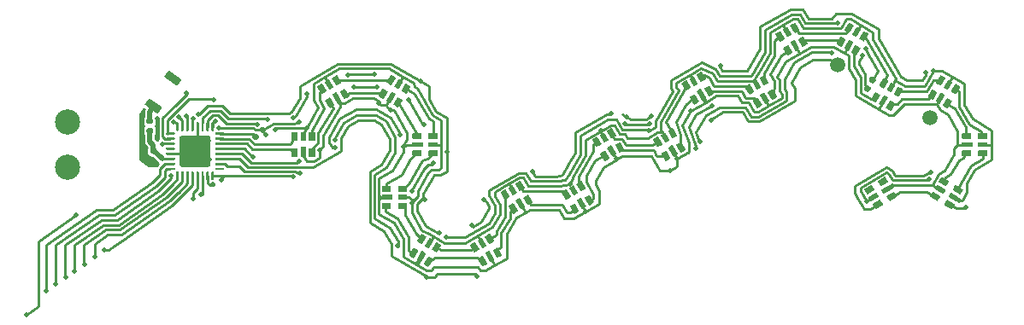
<source format=gbr>
G04 #@! TF.GenerationSoftware,KiCad,Pcbnew,(5.1.10)-1*
G04 #@! TF.CreationDate,2021-06-26T09:27:45-04:00*
G04 #@! TF.ProjectId,Main,4d61696e-2e6b-4696-9361-645f70636258,5*
G04 #@! TF.SameCoordinates,Original*
G04 #@! TF.FileFunction,Copper,L2,Bot*
G04 #@! TF.FilePolarity,Positive*
%FSLAX46Y46*%
G04 Gerber Fmt 4.6, Leading zero omitted, Abs format (unit mm)*
G04 Created by KiCad (PCBNEW (5.1.10)-1) date 2021-06-26 09:27:45*
%MOMM*%
%LPD*%
G01*
G04 APERTURE LIST*
G04 #@! TA.AperFunction,SMDPad,CuDef*
%ADD10C,0.500000*%
G04 #@! TD*
G04 #@! TA.AperFunction,ComponentPad*
%ADD11C,2.500000*%
G04 #@! TD*
G04 #@! TA.AperFunction,ComponentPad*
%ADD12C,1.500000*%
G04 #@! TD*
G04 #@! TA.AperFunction,ViaPad*
%ADD13C,0.500000*%
G04 #@! TD*
G04 #@! TA.AperFunction,Conductor*
%ADD14C,0.250000*%
G04 #@! TD*
G04 #@! TA.AperFunction,Conductor*
%ADD15C,0.500000*%
G04 #@! TD*
G04 #@! TA.AperFunction,Conductor*
%ADD16C,0.100000*%
G04 #@! TD*
G04 APERTURE END LIST*
G04 #@! TA.AperFunction,SMDPad,CuDef*
G36*
G01*
X109768706Y-100531850D02*
X109401617Y-101056108D01*
G75*
G02*
X109290199Y-101075754I-65532J45886D01*
G01*
X108110620Y-100249804D01*
G75*
G02*
X108090974Y-100138386I45886J65532D01*
G01*
X108458063Y-99614128D01*
G75*
G02*
X108569481Y-99594482I65532J-45886D01*
G01*
X109749060Y-100420432D01*
G75*
G02*
X109768706Y-100531850I-45886J-65532D01*
G01*
G37*
G04 #@! TD.AperFunction*
G04 #@! TA.AperFunction,SMDPad,CuDef*
G36*
G01*
X111718866Y-97746732D02*
X111351777Y-98270990D01*
G75*
G02*
X111240359Y-98290636I-65532J45886D01*
G01*
X110060780Y-97464686D01*
G75*
G02*
X110041134Y-97353268I45886J65532D01*
G01*
X110408223Y-96829010D01*
G75*
G02*
X110519641Y-96809364I65532J-45886D01*
G01*
X111699220Y-97635314D01*
G75*
G02*
X111718866Y-97746732I-45886J-65532D01*
G01*
G37*
G04 #@! TD.AperFunction*
D10*
X134530000Y-108760000D03*
X186250000Y-96850000D03*
D11*
X100430000Y-101900000D03*
X100480000Y-106400000D03*
G04 #@! TA.AperFunction,SMDPad,CuDef*
G36*
G01*
X181952531Y-108151795D02*
X182152531Y-108498205D01*
G75*
G02*
X182134230Y-108566506I-43301J-25000D01*
G01*
X181311506Y-109041506D01*
G75*
G02*
X181243205Y-109023205I-25000J43301D01*
G01*
X181043205Y-108676795D01*
G75*
G02*
X181061506Y-108608494I43301J25000D01*
G01*
X181884230Y-108133494D01*
G75*
G02*
X181952531Y-108151795I25000J-43301D01*
G01*
G37*
G04 #@! TD.AperFunction*
G04 #@! TA.AperFunction,SMDPad,CuDef*
G36*
G01*
X179987469Y-109748205D02*
X179787469Y-109401795D01*
G75*
G02*
X179805770Y-109333494I43301J25000D01*
G01*
X180498590Y-108933494D01*
G75*
G02*
X180566891Y-108951795I25000J-43301D01*
G01*
X180766891Y-109298205D01*
G75*
G02*
X180748590Y-109366506I-43301J-25000D01*
G01*
X180055770Y-109766506D01*
G75*
G02*
X179987469Y-109748205I-25000J43301D01*
G01*
G37*
G04 #@! TD.AperFunction*
G04 #@! TA.AperFunction,SMDPad,CuDef*
G36*
G01*
X179582468Y-109046724D02*
X179342468Y-108631032D01*
G75*
G02*
X179364430Y-108549070I51962J30000D01*
G01*
X180039930Y-108159070D01*
G75*
G02*
X180121892Y-108181032I30000J-51962D01*
G01*
X180361892Y-108596724D01*
G75*
G02*
X180339930Y-108678686I-51962J-30000D01*
G01*
X179664430Y-109068686D01*
G75*
G02*
X179582468Y-109046724I-30000J51962D01*
G01*
G37*
G04 #@! TD.AperFunction*
G04 #@! TA.AperFunction,SMDPad,CuDef*
G36*
G01*
X182357532Y-108853276D02*
X182597532Y-109268968D01*
G75*
G02*
X182575570Y-109350930I-51962J-30000D01*
G01*
X181900070Y-109740930D01*
G75*
G02*
X181818108Y-109718968I-30000J51962D01*
G01*
X181578108Y-109303276D01*
G75*
G02*
X181600070Y-109221314I51962J30000D01*
G01*
X182275570Y-108831314D01*
G75*
G02*
X182357532Y-108853276I30000J-51962D01*
G01*
G37*
G04 #@! TD.AperFunction*
G04 #@! TA.AperFunction,SMDPad,CuDef*
G36*
G01*
X180971892Y-109653276D02*
X181211892Y-110068968D01*
G75*
G02*
X181189930Y-110150930I-51962J-30000D01*
G01*
X180514430Y-110540930D01*
G75*
G02*
X180432468Y-110518968I-30000J51962D01*
G01*
X180192468Y-110103276D01*
G75*
G02*
X180214430Y-110021314I51962J30000D01*
G01*
X180889930Y-109631314D01*
G75*
G02*
X180971892Y-109653276I30000J-51962D01*
G01*
G37*
G04 #@! TD.AperFunction*
G04 #@! TA.AperFunction,SMDPad,CuDef*
G36*
G01*
X181507532Y-107381032D02*
X181747532Y-107796724D01*
G75*
G02*
X181725570Y-107878686I-51962J-30000D01*
G01*
X181050070Y-108268686D01*
G75*
G02*
X180968108Y-108246724I-30000J51962D01*
G01*
X180728108Y-107831032D01*
G75*
G02*
X180750070Y-107749070I51962J30000D01*
G01*
X181425570Y-107359070D01*
G75*
G02*
X181507532Y-107381032I30000J-51962D01*
G01*
G37*
G04 #@! TD.AperFunction*
G04 #@! TA.AperFunction,SMDPad,CuDef*
G36*
G01*
X186337469Y-108508205D02*
X186537469Y-108161795D01*
G75*
G02*
X186605770Y-108143494I43301J-25000D01*
G01*
X187428494Y-108618494D01*
G75*
G02*
X187446795Y-108686795I-25000J-43301D01*
G01*
X187246795Y-109033205D01*
G75*
G02*
X187178494Y-109051506I-43301J25000D01*
G01*
X186355770Y-108576506D01*
G75*
G02*
X186337469Y-108508205I25000J43301D01*
G01*
G37*
G04 #@! TD.AperFunction*
G04 #@! TA.AperFunction,SMDPad,CuDef*
G36*
G01*
X188702531Y-109411795D02*
X188502531Y-109758205D01*
G75*
G02*
X188434230Y-109776506I-43301J25000D01*
G01*
X187741410Y-109376506D01*
G75*
G02*
X187723109Y-109308205I25000J43301D01*
G01*
X187923109Y-108961795D01*
G75*
G02*
X187991410Y-108943494I43301J-25000D01*
G01*
X188684230Y-109343494D01*
G75*
G02*
X188702531Y-109411795I-25000J-43301D01*
G01*
G37*
G04 #@! TD.AperFunction*
G04 #@! TA.AperFunction,SMDPad,CuDef*
G36*
G01*
X188297532Y-110113276D02*
X188057532Y-110528968D01*
G75*
G02*
X187975570Y-110550930I-51962J30000D01*
G01*
X187300070Y-110160930D01*
G75*
G02*
X187278108Y-110078968I30000J51962D01*
G01*
X187518108Y-109663276D01*
G75*
G02*
X187600070Y-109641314I51962J-30000D01*
G01*
X188275570Y-110031314D01*
G75*
G02*
X188297532Y-110113276I-30000J-51962D01*
G01*
G37*
G04 #@! TD.AperFunction*
G04 #@! TA.AperFunction,SMDPad,CuDef*
G36*
G01*
X186742468Y-107806724D02*
X186982468Y-107391032D01*
G75*
G02*
X187064430Y-107369070I51962J-30000D01*
G01*
X187739930Y-107759070D01*
G75*
G02*
X187761892Y-107841032I-30000J-51962D01*
G01*
X187521892Y-108256724D01*
G75*
G02*
X187439930Y-108278686I-51962J30000D01*
G01*
X186764430Y-107888686D01*
G75*
G02*
X186742468Y-107806724I30000J51962D01*
G01*
G37*
G04 #@! TD.AperFunction*
G04 #@! TA.AperFunction,SMDPad,CuDef*
G36*
G01*
X188128108Y-108606724D02*
X188368108Y-108191032D01*
G75*
G02*
X188450070Y-108169070I51962J-30000D01*
G01*
X189125570Y-108559070D01*
G75*
G02*
X189147532Y-108641032I-30000J-51962D01*
G01*
X188907532Y-109056724D01*
G75*
G02*
X188825570Y-109078686I-51962J30000D01*
G01*
X188150070Y-108688686D01*
G75*
G02*
X188128108Y-108606724I30000J51962D01*
G01*
G37*
G04 #@! TD.AperFunction*
G04 #@! TA.AperFunction,SMDPad,CuDef*
G36*
G01*
X185892468Y-109278968D02*
X186132468Y-108863276D01*
G75*
G02*
X186214430Y-108841314I51962J-30000D01*
G01*
X186889930Y-109231314D01*
G75*
G02*
X186911892Y-109313276I-30000J-51962D01*
G01*
X186671892Y-109728968D01*
G75*
G02*
X186589930Y-109750930I-51962J30000D01*
G01*
X185914430Y-109360930D01*
G75*
G02*
X185892468Y-109278968I30000J51962D01*
G01*
G37*
G04 #@! TD.AperFunction*
G04 #@! TA.AperFunction,SMDPad,CuDef*
G36*
G01*
X189040000Y-104350000D02*
X189040000Y-103950000D01*
G75*
G02*
X189090000Y-103900000I50000J0D01*
G01*
X190040000Y-103900000D01*
G75*
G02*
X190090000Y-103950000I0J-50000D01*
G01*
X190090000Y-104350000D01*
G75*
G02*
X190040000Y-104400000I-50000J0D01*
G01*
X189090000Y-104400000D01*
G75*
G02*
X189040000Y-104350000I0J50000D01*
G01*
G37*
G04 #@! TD.AperFunction*
G04 #@! TA.AperFunction,SMDPad,CuDef*
G36*
G01*
X191540000Y-103950000D02*
X191540000Y-104350000D01*
G75*
G02*
X191490000Y-104400000I-50000J0D01*
G01*
X190690000Y-104400000D01*
G75*
G02*
X190640000Y-104350000I0J50000D01*
G01*
X190640000Y-103950000D01*
G75*
G02*
X190690000Y-103900000I50000J0D01*
G01*
X191490000Y-103900000D01*
G75*
G02*
X191540000Y-103950000I0J-50000D01*
G01*
G37*
G04 #@! TD.AperFunction*
G04 #@! TA.AperFunction,SMDPad,CuDef*
G36*
G01*
X191540000Y-104760000D02*
X191540000Y-105240000D01*
G75*
G02*
X191480000Y-105300000I-60000J0D01*
G01*
X190700000Y-105300000D01*
G75*
G02*
X190640000Y-105240000I0J60000D01*
G01*
X190640000Y-104760000D01*
G75*
G02*
X190700000Y-104700000I60000J0D01*
G01*
X191480000Y-104700000D01*
G75*
G02*
X191540000Y-104760000I0J-60000D01*
G01*
G37*
G04 #@! TD.AperFunction*
G04 #@! TA.AperFunction,SMDPad,CuDef*
G36*
G01*
X189040000Y-103540000D02*
X189040000Y-103060000D01*
G75*
G02*
X189100000Y-103000000I60000J0D01*
G01*
X189880000Y-103000000D01*
G75*
G02*
X189940000Y-103060000I0J-60000D01*
G01*
X189940000Y-103540000D01*
G75*
G02*
X189880000Y-103600000I-60000J0D01*
G01*
X189100000Y-103600000D01*
G75*
G02*
X189040000Y-103540000I0J60000D01*
G01*
G37*
G04 #@! TD.AperFunction*
G04 #@! TA.AperFunction,SMDPad,CuDef*
G36*
G01*
X190640000Y-103540000D02*
X190640000Y-103060000D01*
G75*
G02*
X190700000Y-103000000I60000J0D01*
G01*
X191480000Y-103000000D01*
G75*
G02*
X191540000Y-103060000I0J-60000D01*
G01*
X191540000Y-103540000D01*
G75*
G02*
X191480000Y-103600000I-60000J0D01*
G01*
X190700000Y-103600000D01*
G75*
G02*
X190640000Y-103540000I0J60000D01*
G01*
G37*
G04 #@! TD.AperFunction*
G04 #@! TA.AperFunction,SMDPad,CuDef*
G36*
G01*
X189040000Y-105240000D02*
X189040000Y-104760000D01*
G75*
G02*
X189100000Y-104700000I60000J0D01*
G01*
X189880000Y-104700000D01*
G75*
G02*
X189940000Y-104760000I0J-60000D01*
G01*
X189940000Y-105240000D01*
G75*
G02*
X189880000Y-105300000I-60000J0D01*
G01*
X189100000Y-105300000D01*
G75*
G02*
X189040000Y-105240000I0J60000D01*
G01*
G37*
G04 #@! TD.AperFunction*
G04 #@! TA.AperFunction,SMDPad,CuDef*
G36*
G01*
X186808205Y-100092531D02*
X186461795Y-99892531D01*
G75*
G02*
X186443494Y-99824230I25000J43301D01*
G01*
X186918494Y-99001506D01*
G75*
G02*
X186986795Y-98983205I43301J-25000D01*
G01*
X187333205Y-99183205D01*
G75*
G02*
X187351506Y-99251506I-25000J-43301D01*
G01*
X186876506Y-100074230D01*
G75*
G02*
X186808205Y-100092531I-43301J25000D01*
G01*
G37*
G04 #@! TD.AperFunction*
G04 #@! TA.AperFunction,SMDPad,CuDef*
G36*
G01*
X187711795Y-97727469D02*
X188058205Y-97927469D01*
G75*
G02*
X188076506Y-97995770I-25000J-43301D01*
G01*
X187676506Y-98688590D01*
G75*
G02*
X187608205Y-98706891I-43301J25000D01*
G01*
X187261795Y-98506891D01*
G75*
G02*
X187243494Y-98438590I25000J43301D01*
G01*
X187643494Y-97745770D01*
G75*
G02*
X187711795Y-97727469I43301J-25000D01*
G01*
G37*
G04 #@! TD.AperFunction*
G04 #@! TA.AperFunction,SMDPad,CuDef*
G36*
G01*
X188413276Y-98132468D02*
X188828968Y-98372468D01*
G75*
G02*
X188850930Y-98454430I-30000J-51962D01*
G01*
X188460930Y-99129930D01*
G75*
G02*
X188378968Y-99151892I-51962J30000D01*
G01*
X187963276Y-98911892D01*
G75*
G02*
X187941314Y-98829930I30000J51962D01*
G01*
X188331314Y-98154430D01*
G75*
G02*
X188413276Y-98132468I51962J-30000D01*
G01*
G37*
G04 #@! TD.AperFunction*
G04 #@! TA.AperFunction,SMDPad,CuDef*
G36*
G01*
X186106724Y-99687532D02*
X185691032Y-99447532D01*
G75*
G02*
X185669070Y-99365570I30000J51962D01*
G01*
X186059070Y-98690070D01*
G75*
G02*
X186141032Y-98668108I51962J-30000D01*
G01*
X186556724Y-98908108D01*
G75*
G02*
X186578686Y-98990070I-30000J-51962D01*
G01*
X186188686Y-99665570D01*
G75*
G02*
X186106724Y-99687532I-51962J30000D01*
G01*
G37*
G04 #@! TD.AperFunction*
G04 #@! TA.AperFunction,SMDPad,CuDef*
G36*
G01*
X186906724Y-98301892D02*
X186491032Y-98061892D01*
G75*
G02*
X186469070Y-97979930I30000J51962D01*
G01*
X186859070Y-97304430D01*
G75*
G02*
X186941032Y-97282468I51962J-30000D01*
G01*
X187356724Y-97522468D01*
G75*
G02*
X187378686Y-97604430I-30000J-51962D01*
G01*
X186988686Y-98279930D01*
G75*
G02*
X186906724Y-98301892I-51962J30000D01*
G01*
G37*
G04 #@! TD.AperFunction*
G04 #@! TA.AperFunction,SMDPad,CuDef*
G36*
G01*
X187578968Y-100537532D02*
X187163276Y-100297532D01*
G75*
G02*
X187141314Y-100215570I30000J51962D01*
G01*
X187531314Y-99540070D01*
G75*
G02*
X187613276Y-99518108I51962J-30000D01*
G01*
X188028968Y-99758108D01*
G75*
G02*
X188050930Y-99840070I-30000J-51962D01*
G01*
X187660930Y-100515570D01*
G75*
G02*
X187578968Y-100537532I-51962J30000D01*
G01*
G37*
G04 #@! TD.AperFunction*
G04 #@! TA.AperFunction,SMDPad,CuDef*
G36*
G01*
X181168205Y-100352531D02*
X180821795Y-100152531D01*
G75*
G02*
X180803494Y-100084230I25000J43301D01*
G01*
X181278494Y-99261506D01*
G75*
G02*
X181346795Y-99243205I43301J-25000D01*
G01*
X181693205Y-99443205D01*
G75*
G02*
X181711506Y-99511506I-25000J-43301D01*
G01*
X181236506Y-100334230D01*
G75*
G02*
X181168205Y-100352531I-43301J25000D01*
G01*
G37*
G04 #@! TD.AperFunction*
G04 #@! TA.AperFunction,SMDPad,CuDef*
G36*
G01*
X182071795Y-97987469D02*
X182418205Y-98187469D01*
G75*
G02*
X182436506Y-98255770I-25000J-43301D01*
G01*
X182036506Y-98948590D01*
G75*
G02*
X181968205Y-98966891I-43301J25000D01*
G01*
X181621795Y-98766891D01*
G75*
G02*
X181603494Y-98698590I25000J43301D01*
G01*
X182003494Y-98005770D01*
G75*
G02*
X182071795Y-97987469I43301J-25000D01*
G01*
G37*
G04 #@! TD.AperFunction*
G04 #@! TA.AperFunction,SMDPad,CuDef*
G36*
G01*
X182773276Y-98392468D02*
X183188968Y-98632468D01*
G75*
G02*
X183210930Y-98714430I-30000J-51962D01*
G01*
X182820930Y-99389930D01*
G75*
G02*
X182738968Y-99411892I-51962J30000D01*
G01*
X182323276Y-99171892D01*
G75*
G02*
X182301314Y-99089930I30000J51962D01*
G01*
X182691314Y-98414430D01*
G75*
G02*
X182773276Y-98392468I51962J-30000D01*
G01*
G37*
G04 #@! TD.AperFunction*
G04 #@! TA.AperFunction,SMDPad,CuDef*
G36*
G01*
X180466724Y-99947532D02*
X180051032Y-99707532D01*
G75*
G02*
X180029070Y-99625570I30000J51962D01*
G01*
X180419070Y-98950070D01*
G75*
G02*
X180501032Y-98928108I51962J-30000D01*
G01*
X180916724Y-99168108D01*
G75*
G02*
X180938686Y-99250070I-30000J-51962D01*
G01*
X180548686Y-99925570D01*
G75*
G02*
X180466724Y-99947532I-51962J30000D01*
G01*
G37*
G04 #@! TD.AperFunction*
G04 #@! TA.AperFunction,SMDPad,CuDef*
G36*
G01*
X181266724Y-98561892D02*
X180851032Y-98321892D01*
G75*
G02*
X180829070Y-98239930I30000J51962D01*
G01*
X181219070Y-97564430D01*
G75*
G02*
X181301032Y-97542468I51962J-30000D01*
G01*
X181716724Y-97782468D01*
G75*
G02*
X181738686Y-97864430I-30000J-51962D01*
G01*
X181348686Y-98539930D01*
G75*
G02*
X181266724Y-98561892I-51962J30000D01*
G01*
G37*
G04 #@! TD.AperFunction*
G04 #@! TA.AperFunction,SMDPad,CuDef*
G36*
G01*
X181938968Y-100797532D02*
X181523276Y-100557532D01*
G75*
G02*
X181501314Y-100475570I30000J51962D01*
G01*
X181891314Y-99800070D01*
G75*
G02*
X181973276Y-99778108I51962J-30000D01*
G01*
X182388968Y-100018108D01*
G75*
G02*
X182410930Y-100100070I-30000J-51962D01*
G01*
X182020930Y-100775570D01*
G75*
G02*
X181938968Y-100797532I-51962J30000D01*
G01*
G37*
G04 #@! TD.AperFunction*
G04 #@! TA.AperFunction,SMDPad,CuDef*
G36*
G01*
X177738205Y-94852531D02*
X177391795Y-94652531D01*
G75*
G02*
X177373494Y-94584230I25000J43301D01*
G01*
X177848494Y-93761506D01*
G75*
G02*
X177916795Y-93743205I43301J-25000D01*
G01*
X178263205Y-93943205D01*
G75*
G02*
X178281506Y-94011506I-25000J-43301D01*
G01*
X177806506Y-94834230D01*
G75*
G02*
X177738205Y-94852531I-43301J25000D01*
G01*
G37*
G04 #@! TD.AperFunction*
G04 #@! TA.AperFunction,SMDPad,CuDef*
G36*
G01*
X178641795Y-92487469D02*
X178988205Y-92687469D01*
G75*
G02*
X179006506Y-92755770I-25000J-43301D01*
G01*
X178606506Y-93448590D01*
G75*
G02*
X178538205Y-93466891I-43301J25000D01*
G01*
X178191795Y-93266891D01*
G75*
G02*
X178173494Y-93198590I25000J43301D01*
G01*
X178573494Y-92505770D01*
G75*
G02*
X178641795Y-92487469I43301J-25000D01*
G01*
G37*
G04 #@! TD.AperFunction*
G04 #@! TA.AperFunction,SMDPad,CuDef*
G36*
G01*
X179343276Y-92892468D02*
X179758968Y-93132468D01*
G75*
G02*
X179780930Y-93214430I-30000J-51962D01*
G01*
X179390930Y-93889930D01*
G75*
G02*
X179308968Y-93911892I-51962J30000D01*
G01*
X178893276Y-93671892D01*
G75*
G02*
X178871314Y-93589930I30000J51962D01*
G01*
X179261314Y-92914430D01*
G75*
G02*
X179343276Y-92892468I51962J-30000D01*
G01*
G37*
G04 #@! TD.AperFunction*
G04 #@! TA.AperFunction,SMDPad,CuDef*
G36*
G01*
X177036724Y-94447532D02*
X176621032Y-94207532D01*
G75*
G02*
X176599070Y-94125570I30000J51962D01*
G01*
X176989070Y-93450070D01*
G75*
G02*
X177071032Y-93428108I51962J-30000D01*
G01*
X177486724Y-93668108D01*
G75*
G02*
X177508686Y-93750070I-30000J-51962D01*
G01*
X177118686Y-94425570D01*
G75*
G02*
X177036724Y-94447532I-51962J30000D01*
G01*
G37*
G04 #@! TD.AperFunction*
G04 #@! TA.AperFunction,SMDPad,CuDef*
G36*
G01*
X177836724Y-93061892D02*
X177421032Y-92821892D01*
G75*
G02*
X177399070Y-92739930I30000J51962D01*
G01*
X177789070Y-92064430D01*
G75*
G02*
X177871032Y-92042468I51962J-30000D01*
G01*
X178286724Y-92282468D01*
G75*
G02*
X178308686Y-92364430I-30000J-51962D01*
G01*
X177918686Y-93039930D01*
G75*
G02*
X177836724Y-93061892I-51962J30000D01*
G01*
G37*
G04 #@! TD.AperFunction*
G04 #@! TA.AperFunction,SMDPad,CuDef*
G36*
G01*
X178508968Y-95297532D02*
X178093276Y-95057532D01*
G75*
G02*
X178071314Y-94975570I30000J51962D01*
G01*
X178461314Y-94300070D01*
G75*
G02*
X178543276Y-94278108I51962J-30000D01*
G01*
X178958968Y-94518108D01*
G75*
G02*
X178980930Y-94600070I-30000J-51962D01*
G01*
X178590930Y-95275570D01*
G75*
G02*
X178508968Y-95297532I-51962J30000D01*
G01*
G37*
G04 #@! TD.AperFunction*
G04 #@! TA.AperFunction,SMDPad,CuDef*
G36*
G01*
X172938205Y-94652531D02*
X172591795Y-94852531D01*
G75*
G02*
X172523494Y-94834230I-25000J43301D01*
G01*
X172048494Y-94011506D01*
G75*
G02*
X172066795Y-93943205I43301J25000D01*
G01*
X172413205Y-93743205D01*
G75*
G02*
X172481506Y-93761506I25000J-43301D01*
G01*
X172956506Y-94584230D01*
G75*
G02*
X172938205Y-94652531I-43301J-25000D01*
G01*
G37*
G04 #@! TD.AperFunction*
G04 #@! TA.AperFunction,SMDPad,CuDef*
G36*
G01*
X171341795Y-92687469D02*
X171688205Y-92487469D01*
G75*
G02*
X171756506Y-92505770I25000J-43301D01*
G01*
X172156506Y-93198590D01*
G75*
G02*
X172138205Y-93266891I-43301J-25000D01*
G01*
X171791795Y-93466891D01*
G75*
G02*
X171723494Y-93448590I-25000J43301D01*
G01*
X171323494Y-92755770D01*
G75*
G02*
X171341795Y-92687469I43301J25000D01*
G01*
G37*
G04 #@! TD.AperFunction*
G04 #@! TA.AperFunction,SMDPad,CuDef*
G36*
G01*
X172043276Y-92282468D02*
X172458968Y-92042468D01*
G75*
G02*
X172540930Y-92064430I30000J-51962D01*
G01*
X172930930Y-92739930D01*
G75*
G02*
X172908968Y-92821892I-51962J-30000D01*
G01*
X172493276Y-93061892D01*
G75*
G02*
X172411314Y-93039930I-30000J51962D01*
G01*
X172021314Y-92364430D01*
G75*
G02*
X172043276Y-92282468I51962J30000D01*
G01*
G37*
G04 #@! TD.AperFunction*
G04 #@! TA.AperFunction,SMDPad,CuDef*
G36*
G01*
X172236724Y-95057532D02*
X171821032Y-95297532D01*
G75*
G02*
X171739070Y-95275570I-30000J51962D01*
G01*
X171349070Y-94600070D01*
G75*
G02*
X171371032Y-94518108I51962J30000D01*
G01*
X171786724Y-94278108D01*
G75*
G02*
X171868686Y-94300070I30000J-51962D01*
G01*
X172258686Y-94975570D01*
G75*
G02*
X172236724Y-95057532I-51962J-30000D01*
G01*
G37*
G04 #@! TD.AperFunction*
G04 #@! TA.AperFunction,SMDPad,CuDef*
G36*
G01*
X171436724Y-93671892D02*
X171021032Y-93911892D01*
G75*
G02*
X170939070Y-93889930I-30000J51962D01*
G01*
X170549070Y-93214430D01*
G75*
G02*
X170571032Y-93132468I51962J30000D01*
G01*
X170986724Y-92892468D01*
G75*
G02*
X171068686Y-92914430I30000J-51962D01*
G01*
X171458686Y-93589930D01*
G75*
G02*
X171436724Y-93671892I-51962J-30000D01*
G01*
G37*
G04 #@! TD.AperFunction*
G04 #@! TA.AperFunction,SMDPad,CuDef*
G36*
G01*
X173708968Y-94207532D02*
X173293276Y-94447532D01*
G75*
G02*
X173211314Y-94425570I-30000J51962D01*
G01*
X172821314Y-93750070D01*
G75*
G02*
X172843276Y-93668108I51962J30000D01*
G01*
X173258968Y-93428108D01*
G75*
G02*
X173340930Y-93450070I30000J-51962D01*
G01*
X173730930Y-94125570D01*
G75*
G02*
X173708968Y-94207532I-51962J-30000D01*
G01*
G37*
G04 #@! TD.AperFunction*
G04 #@! TA.AperFunction,SMDPad,CuDef*
G36*
G01*
X169918205Y-99892531D02*
X169571795Y-100092531D01*
G75*
G02*
X169503494Y-100074230I-25000J43301D01*
G01*
X169028494Y-99251506D01*
G75*
G02*
X169046795Y-99183205I43301J25000D01*
G01*
X169393205Y-98983205D01*
G75*
G02*
X169461506Y-99001506I25000J-43301D01*
G01*
X169936506Y-99824230D01*
G75*
G02*
X169918205Y-99892531I-43301J-25000D01*
G01*
G37*
G04 #@! TD.AperFunction*
G04 #@! TA.AperFunction,SMDPad,CuDef*
G36*
G01*
X168321795Y-97927469D02*
X168668205Y-97727469D01*
G75*
G02*
X168736506Y-97745770I25000J-43301D01*
G01*
X169136506Y-98438590D01*
G75*
G02*
X169118205Y-98506891I-43301J-25000D01*
G01*
X168771795Y-98706891D01*
G75*
G02*
X168703494Y-98688590I-25000J43301D01*
G01*
X168303494Y-97995770D01*
G75*
G02*
X168321795Y-97927469I43301J25000D01*
G01*
G37*
G04 #@! TD.AperFunction*
G04 #@! TA.AperFunction,SMDPad,CuDef*
G36*
G01*
X169023276Y-97522468D02*
X169438968Y-97282468D01*
G75*
G02*
X169520930Y-97304430I30000J-51962D01*
G01*
X169910930Y-97979930D01*
G75*
G02*
X169888968Y-98061892I-51962J-30000D01*
G01*
X169473276Y-98301892D01*
G75*
G02*
X169391314Y-98279930I-30000J51962D01*
G01*
X169001314Y-97604430D01*
G75*
G02*
X169023276Y-97522468I51962J30000D01*
G01*
G37*
G04 #@! TD.AperFunction*
G04 #@! TA.AperFunction,SMDPad,CuDef*
G36*
G01*
X169216724Y-100297532D02*
X168801032Y-100537532D01*
G75*
G02*
X168719070Y-100515570I-30000J51962D01*
G01*
X168329070Y-99840070D01*
G75*
G02*
X168351032Y-99758108I51962J30000D01*
G01*
X168766724Y-99518108D01*
G75*
G02*
X168848686Y-99540070I30000J-51962D01*
G01*
X169238686Y-100215570D01*
G75*
G02*
X169216724Y-100297532I-51962J-30000D01*
G01*
G37*
G04 #@! TD.AperFunction*
G04 #@! TA.AperFunction,SMDPad,CuDef*
G36*
G01*
X168416724Y-98911892D02*
X168001032Y-99151892D01*
G75*
G02*
X167919070Y-99129930I-30000J51962D01*
G01*
X167529070Y-98454430D01*
G75*
G02*
X167551032Y-98372468I51962J30000D01*
G01*
X167966724Y-98132468D01*
G75*
G02*
X168048686Y-98154430I30000J-51962D01*
G01*
X168438686Y-98829930D01*
G75*
G02*
X168416724Y-98911892I-51962J-30000D01*
G01*
G37*
G04 #@! TD.AperFunction*
G04 #@! TA.AperFunction,SMDPad,CuDef*
G36*
G01*
X170688968Y-99447532D02*
X170273276Y-99687532D01*
G75*
G02*
X170191314Y-99665570I-30000J51962D01*
G01*
X169801314Y-98990070D01*
G75*
G02*
X169823276Y-98908108I51962J30000D01*
G01*
X170238968Y-98668108D01*
G75*
G02*
X170320930Y-98690070I30000J-51962D01*
G01*
X170710930Y-99365570D01*
G75*
G02*
X170688968Y-99447532I-51962J-30000D01*
G01*
G37*
G04 #@! TD.AperFunction*
G04 #@! TA.AperFunction,SMDPad,CuDef*
G36*
G01*
X163658205Y-99532531D02*
X163311795Y-99732531D01*
G75*
G02*
X163243494Y-99714230I-25000J43301D01*
G01*
X162768494Y-98891506D01*
G75*
G02*
X162786795Y-98823205I43301J25000D01*
G01*
X163133205Y-98623205D01*
G75*
G02*
X163201506Y-98641506I25000J-43301D01*
G01*
X163676506Y-99464230D01*
G75*
G02*
X163658205Y-99532531I-43301J-25000D01*
G01*
G37*
G04 #@! TD.AperFunction*
G04 #@! TA.AperFunction,SMDPad,CuDef*
G36*
G01*
X162061795Y-97567469D02*
X162408205Y-97367469D01*
G75*
G02*
X162476506Y-97385770I25000J-43301D01*
G01*
X162876506Y-98078590D01*
G75*
G02*
X162858205Y-98146891I-43301J-25000D01*
G01*
X162511795Y-98346891D01*
G75*
G02*
X162443494Y-98328590I-25000J43301D01*
G01*
X162043494Y-97635770D01*
G75*
G02*
X162061795Y-97567469I43301J25000D01*
G01*
G37*
G04 #@! TD.AperFunction*
G04 #@! TA.AperFunction,SMDPad,CuDef*
G36*
G01*
X162763276Y-97162468D02*
X163178968Y-96922468D01*
G75*
G02*
X163260930Y-96944430I30000J-51962D01*
G01*
X163650930Y-97619930D01*
G75*
G02*
X163628968Y-97701892I-51962J-30000D01*
G01*
X163213276Y-97941892D01*
G75*
G02*
X163131314Y-97919930I-30000J51962D01*
G01*
X162741314Y-97244430D01*
G75*
G02*
X162763276Y-97162468I51962J30000D01*
G01*
G37*
G04 #@! TD.AperFunction*
G04 #@! TA.AperFunction,SMDPad,CuDef*
G36*
G01*
X162956724Y-99937532D02*
X162541032Y-100177532D01*
G75*
G02*
X162459070Y-100155570I-30000J51962D01*
G01*
X162069070Y-99480070D01*
G75*
G02*
X162091032Y-99398108I51962J30000D01*
G01*
X162506724Y-99158108D01*
G75*
G02*
X162588686Y-99180070I30000J-51962D01*
G01*
X162978686Y-99855570D01*
G75*
G02*
X162956724Y-99937532I-51962J-30000D01*
G01*
G37*
G04 #@! TD.AperFunction*
G04 #@! TA.AperFunction,SMDPad,CuDef*
G36*
G01*
X162156724Y-98551892D02*
X161741032Y-98791892D01*
G75*
G02*
X161659070Y-98769930I-30000J51962D01*
G01*
X161269070Y-98094430D01*
G75*
G02*
X161291032Y-98012468I51962J30000D01*
G01*
X161706724Y-97772468D01*
G75*
G02*
X161788686Y-97794430I30000J-51962D01*
G01*
X162178686Y-98469930D01*
G75*
G02*
X162156724Y-98551892I-51962J-30000D01*
G01*
G37*
G04 #@! TD.AperFunction*
G04 #@! TA.AperFunction,SMDPad,CuDef*
G36*
G01*
X164428968Y-99087532D02*
X164013276Y-99327532D01*
G75*
G02*
X163931314Y-99305570I-30000J51962D01*
G01*
X163541314Y-98630070D01*
G75*
G02*
X163563276Y-98548108I51962J30000D01*
G01*
X163978968Y-98308108D01*
G75*
G02*
X164060930Y-98330070I30000J-51962D01*
G01*
X164450930Y-99005570D01*
G75*
G02*
X164428968Y-99087532I-51962J-30000D01*
G01*
G37*
G04 #@! TD.AperFunction*
G04 #@! TA.AperFunction,SMDPad,CuDef*
G36*
G01*
X160848205Y-105132531D02*
X160501795Y-105332531D01*
G75*
G02*
X160433494Y-105314230I-25000J43301D01*
G01*
X159958494Y-104491506D01*
G75*
G02*
X159976795Y-104423205I43301J25000D01*
G01*
X160323205Y-104223205D01*
G75*
G02*
X160391506Y-104241506I25000J-43301D01*
G01*
X160866506Y-105064230D01*
G75*
G02*
X160848205Y-105132531I-43301J-25000D01*
G01*
G37*
G04 #@! TD.AperFunction*
G04 #@! TA.AperFunction,SMDPad,CuDef*
G36*
G01*
X159251795Y-103167469D02*
X159598205Y-102967469D01*
G75*
G02*
X159666506Y-102985770I25000J-43301D01*
G01*
X160066506Y-103678590D01*
G75*
G02*
X160048205Y-103746891I-43301J-25000D01*
G01*
X159701795Y-103946891D01*
G75*
G02*
X159633494Y-103928590I-25000J43301D01*
G01*
X159233494Y-103235770D01*
G75*
G02*
X159251795Y-103167469I43301J25000D01*
G01*
G37*
G04 #@! TD.AperFunction*
G04 #@! TA.AperFunction,SMDPad,CuDef*
G36*
G01*
X159953276Y-102762468D02*
X160368968Y-102522468D01*
G75*
G02*
X160450930Y-102544430I30000J-51962D01*
G01*
X160840930Y-103219930D01*
G75*
G02*
X160818968Y-103301892I-51962J-30000D01*
G01*
X160403276Y-103541892D01*
G75*
G02*
X160321314Y-103519930I-30000J51962D01*
G01*
X159931314Y-102844430D01*
G75*
G02*
X159953276Y-102762468I51962J30000D01*
G01*
G37*
G04 #@! TD.AperFunction*
G04 #@! TA.AperFunction,SMDPad,CuDef*
G36*
G01*
X160146724Y-105537532D02*
X159731032Y-105777532D01*
G75*
G02*
X159649070Y-105755570I-30000J51962D01*
G01*
X159259070Y-105080070D01*
G75*
G02*
X159281032Y-104998108I51962J30000D01*
G01*
X159696724Y-104758108D01*
G75*
G02*
X159778686Y-104780070I30000J-51962D01*
G01*
X160168686Y-105455570D01*
G75*
G02*
X160146724Y-105537532I-51962J-30000D01*
G01*
G37*
G04 #@! TD.AperFunction*
G04 #@! TA.AperFunction,SMDPad,CuDef*
G36*
G01*
X159346724Y-104151892D02*
X158931032Y-104391892D01*
G75*
G02*
X158849070Y-104369930I-30000J51962D01*
G01*
X158459070Y-103694430D01*
G75*
G02*
X158481032Y-103612468I51962J30000D01*
G01*
X158896724Y-103372468D01*
G75*
G02*
X158978686Y-103394430I30000J-51962D01*
G01*
X159368686Y-104069930D01*
G75*
G02*
X159346724Y-104151892I-51962J-30000D01*
G01*
G37*
G04 #@! TD.AperFunction*
G04 #@! TA.AperFunction,SMDPad,CuDef*
G36*
G01*
X161618968Y-104687532D02*
X161203276Y-104927532D01*
G75*
G02*
X161121314Y-104905570I-30000J51962D01*
G01*
X160731314Y-104230070D01*
G75*
G02*
X160753276Y-104148108I51962J30000D01*
G01*
X161168968Y-103908108D01*
G75*
G02*
X161250930Y-103930070I30000J-51962D01*
G01*
X161640930Y-104605570D01*
G75*
G02*
X161618968Y-104687532I-51962J-30000D01*
G01*
G37*
G04 #@! TD.AperFunction*
G04 #@! TA.AperFunction,SMDPad,CuDef*
G36*
G01*
X154798205Y-105132531D02*
X154451795Y-105332531D01*
G75*
G02*
X154383494Y-105314230I-25000J43301D01*
G01*
X153908494Y-104491506D01*
G75*
G02*
X153926795Y-104423205I43301J25000D01*
G01*
X154273205Y-104223205D01*
G75*
G02*
X154341506Y-104241506I25000J-43301D01*
G01*
X154816506Y-105064230D01*
G75*
G02*
X154798205Y-105132531I-43301J-25000D01*
G01*
G37*
G04 #@! TD.AperFunction*
G04 #@! TA.AperFunction,SMDPad,CuDef*
G36*
G01*
X153201795Y-103167469D02*
X153548205Y-102967469D01*
G75*
G02*
X153616506Y-102985770I25000J-43301D01*
G01*
X154016506Y-103678590D01*
G75*
G02*
X153998205Y-103746891I-43301J-25000D01*
G01*
X153651795Y-103946891D01*
G75*
G02*
X153583494Y-103928590I-25000J43301D01*
G01*
X153183494Y-103235770D01*
G75*
G02*
X153201795Y-103167469I43301J25000D01*
G01*
G37*
G04 #@! TD.AperFunction*
G04 #@! TA.AperFunction,SMDPad,CuDef*
G36*
G01*
X153903276Y-102762468D02*
X154318968Y-102522468D01*
G75*
G02*
X154400930Y-102544430I30000J-51962D01*
G01*
X154790930Y-103219930D01*
G75*
G02*
X154768968Y-103301892I-51962J-30000D01*
G01*
X154353276Y-103541892D01*
G75*
G02*
X154271314Y-103519930I-30000J51962D01*
G01*
X153881314Y-102844430D01*
G75*
G02*
X153903276Y-102762468I51962J30000D01*
G01*
G37*
G04 #@! TD.AperFunction*
G04 #@! TA.AperFunction,SMDPad,CuDef*
G36*
G01*
X154096724Y-105537532D02*
X153681032Y-105777532D01*
G75*
G02*
X153599070Y-105755570I-30000J51962D01*
G01*
X153209070Y-105080070D01*
G75*
G02*
X153231032Y-104998108I51962J30000D01*
G01*
X153646724Y-104758108D01*
G75*
G02*
X153728686Y-104780070I30000J-51962D01*
G01*
X154118686Y-105455570D01*
G75*
G02*
X154096724Y-105537532I-51962J-30000D01*
G01*
G37*
G04 #@! TD.AperFunction*
G04 #@! TA.AperFunction,SMDPad,CuDef*
G36*
G01*
X153296724Y-104151892D02*
X152881032Y-104391892D01*
G75*
G02*
X152799070Y-104369930I-30000J51962D01*
G01*
X152409070Y-103694430D01*
G75*
G02*
X152431032Y-103612468I51962J30000D01*
G01*
X152846724Y-103372468D01*
G75*
G02*
X152928686Y-103394430I30000J-51962D01*
G01*
X153318686Y-104069930D01*
G75*
G02*
X153296724Y-104151892I-51962J-30000D01*
G01*
G37*
G04 #@! TD.AperFunction*
G04 #@! TA.AperFunction,SMDPad,CuDef*
G36*
G01*
X155568968Y-104687532D02*
X155153276Y-104927532D01*
G75*
G02*
X155071314Y-104905570I-30000J51962D01*
G01*
X154681314Y-104230070D01*
G75*
G02*
X154703276Y-104148108I51962J30000D01*
G01*
X155118968Y-103908108D01*
G75*
G02*
X155200930Y-103930070I30000J-51962D01*
G01*
X155590930Y-104605570D01*
G75*
G02*
X155568968Y-104687532I-51962J-30000D01*
G01*
G37*
G04 #@! TD.AperFunction*
G04 #@! TA.AperFunction,SMDPad,CuDef*
G36*
G01*
X151778205Y-110372531D02*
X151431795Y-110572531D01*
G75*
G02*
X151363494Y-110554230I-25000J43301D01*
G01*
X150888494Y-109731506D01*
G75*
G02*
X150906795Y-109663205I43301J25000D01*
G01*
X151253205Y-109463205D01*
G75*
G02*
X151321506Y-109481506I25000J-43301D01*
G01*
X151796506Y-110304230D01*
G75*
G02*
X151778205Y-110372531I-43301J-25000D01*
G01*
G37*
G04 #@! TD.AperFunction*
G04 #@! TA.AperFunction,SMDPad,CuDef*
G36*
G01*
X150181795Y-108407469D02*
X150528205Y-108207469D01*
G75*
G02*
X150596506Y-108225770I25000J-43301D01*
G01*
X150996506Y-108918590D01*
G75*
G02*
X150978205Y-108986891I-43301J-25000D01*
G01*
X150631795Y-109186891D01*
G75*
G02*
X150563494Y-109168590I-25000J43301D01*
G01*
X150163494Y-108475770D01*
G75*
G02*
X150181795Y-108407469I43301J25000D01*
G01*
G37*
G04 #@! TD.AperFunction*
G04 #@! TA.AperFunction,SMDPad,CuDef*
G36*
G01*
X150883276Y-108002468D02*
X151298968Y-107762468D01*
G75*
G02*
X151380930Y-107784430I30000J-51962D01*
G01*
X151770930Y-108459930D01*
G75*
G02*
X151748968Y-108541892I-51962J-30000D01*
G01*
X151333276Y-108781892D01*
G75*
G02*
X151251314Y-108759930I-30000J51962D01*
G01*
X150861314Y-108084430D01*
G75*
G02*
X150883276Y-108002468I51962J30000D01*
G01*
G37*
G04 #@! TD.AperFunction*
G04 #@! TA.AperFunction,SMDPad,CuDef*
G36*
G01*
X151076724Y-110777532D02*
X150661032Y-111017532D01*
G75*
G02*
X150579070Y-110995570I-30000J51962D01*
G01*
X150189070Y-110320070D01*
G75*
G02*
X150211032Y-110238108I51962J30000D01*
G01*
X150626724Y-109998108D01*
G75*
G02*
X150708686Y-110020070I30000J-51962D01*
G01*
X151098686Y-110695570D01*
G75*
G02*
X151076724Y-110777532I-51962J-30000D01*
G01*
G37*
G04 #@! TD.AperFunction*
G04 #@! TA.AperFunction,SMDPad,CuDef*
G36*
G01*
X150276724Y-109391892D02*
X149861032Y-109631892D01*
G75*
G02*
X149779070Y-109609930I-30000J51962D01*
G01*
X149389070Y-108934430D01*
G75*
G02*
X149411032Y-108852468I51962J30000D01*
G01*
X149826724Y-108612468D01*
G75*
G02*
X149908686Y-108634430I30000J-51962D01*
G01*
X150298686Y-109309930D01*
G75*
G02*
X150276724Y-109391892I-51962J-30000D01*
G01*
G37*
G04 #@! TD.AperFunction*
G04 #@! TA.AperFunction,SMDPad,CuDef*
G36*
G01*
X152548968Y-109927532D02*
X152133276Y-110167532D01*
G75*
G02*
X152051314Y-110145570I-30000J51962D01*
G01*
X151661314Y-109470070D01*
G75*
G02*
X151683276Y-109388108I51962J30000D01*
G01*
X152098968Y-109148108D01*
G75*
G02*
X152180930Y-109170070I30000J-51962D01*
G01*
X152570930Y-109845570D01*
G75*
G02*
X152548968Y-109927532I-51962J-30000D01*
G01*
G37*
G04 #@! TD.AperFunction*
G04 #@! TA.AperFunction,SMDPad,CuDef*
G36*
G01*
X145718205Y-110362531D02*
X145371795Y-110562531D01*
G75*
G02*
X145303494Y-110544230I-25000J43301D01*
G01*
X144828494Y-109721506D01*
G75*
G02*
X144846795Y-109653205I43301J25000D01*
G01*
X145193205Y-109453205D01*
G75*
G02*
X145261506Y-109471506I25000J-43301D01*
G01*
X145736506Y-110294230D01*
G75*
G02*
X145718205Y-110362531I-43301J-25000D01*
G01*
G37*
G04 #@! TD.AperFunction*
G04 #@! TA.AperFunction,SMDPad,CuDef*
G36*
G01*
X144121795Y-108397469D02*
X144468205Y-108197469D01*
G75*
G02*
X144536506Y-108215770I25000J-43301D01*
G01*
X144936506Y-108908590D01*
G75*
G02*
X144918205Y-108976891I-43301J-25000D01*
G01*
X144571795Y-109176891D01*
G75*
G02*
X144503494Y-109158590I-25000J43301D01*
G01*
X144103494Y-108465770D01*
G75*
G02*
X144121795Y-108397469I43301J25000D01*
G01*
G37*
G04 #@! TD.AperFunction*
G04 #@! TA.AperFunction,SMDPad,CuDef*
G36*
G01*
X144823276Y-107992468D02*
X145238968Y-107752468D01*
G75*
G02*
X145320930Y-107774430I30000J-51962D01*
G01*
X145710930Y-108449930D01*
G75*
G02*
X145688968Y-108531892I-51962J-30000D01*
G01*
X145273276Y-108771892D01*
G75*
G02*
X145191314Y-108749930I-30000J51962D01*
G01*
X144801314Y-108074430D01*
G75*
G02*
X144823276Y-107992468I51962J30000D01*
G01*
G37*
G04 #@! TD.AperFunction*
G04 #@! TA.AperFunction,SMDPad,CuDef*
G36*
G01*
X145016724Y-110767532D02*
X144601032Y-111007532D01*
G75*
G02*
X144519070Y-110985570I-30000J51962D01*
G01*
X144129070Y-110310070D01*
G75*
G02*
X144151032Y-110228108I51962J30000D01*
G01*
X144566724Y-109988108D01*
G75*
G02*
X144648686Y-110010070I30000J-51962D01*
G01*
X145038686Y-110685570D01*
G75*
G02*
X145016724Y-110767532I-51962J-30000D01*
G01*
G37*
G04 #@! TD.AperFunction*
G04 #@! TA.AperFunction,SMDPad,CuDef*
G36*
G01*
X144216724Y-109381892D02*
X143801032Y-109621892D01*
G75*
G02*
X143719070Y-109599930I-30000J51962D01*
G01*
X143329070Y-108924430D01*
G75*
G02*
X143351032Y-108842468I51962J30000D01*
G01*
X143766724Y-108602468D01*
G75*
G02*
X143848686Y-108624430I30000J-51962D01*
G01*
X144238686Y-109299930D01*
G75*
G02*
X144216724Y-109381892I-51962J-30000D01*
G01*
G37*
G04 #@! TD.AperFunction*
G04 #@! TA.AperFunction,SMDPad,CuDef*
G36*
G01*
X146488968Y-109917532D02*
X146073276Y-110157532D01*
G75*
G02*
X145991314Y-110135570I-30000J51962D01*
G01*
X145601314Y-109460070D01*
G75*
G02*
X145623276Y-109378108I51962J30000D01*
G01*
X146038968Y-109138108D01*
G75*
G02*
X146120930Y-109160070I30000J-51962D01*
G01*
X146510930Y-109835570D01*
G75*
G02*
X146488968Y-109917532I-51962J-30000D01*
G01*
G37*
G04 #@! TD.AperFunction*
G04 #@! TA.AperFunction,SMDPad,CuDef*
G36*
G01*
X142698205Y-115602531D02*
X142351795Y-115802531D01*
G75*
G02*
X142283494Y-115784230I-25000J43301D01*
G01*
X141808494Y-114961506D01*
G75*
G02*
X141826795Y-114893205I43301J25000D01*
G01*
X142173205Y-114693205D01*
G75*
G02*
X142241506Y-114711506I25000J-43301D01*
G01*
X142716506Y-115534230D01*
G75*
G02*
X142698205Y-115602531I-43301J-25000D01*
G01*
G37*
G04 #@! TD.AperFunction*
G04 #@! TA.AperFunction,SMDPad,CuDef*
G36*
G01*
X141101795Y-113637469D02*
X141448205Y-113437469D01*
G75*
G02*
X141516506Y-113455770I25000J-43301D01*
G01*
X141916506Y-114148590D01*
G75*
G02*
X141898205Y-114216891I-43301J-25000D01*
G01*
X141551795Y-114416891D01*
G75*
G02*
X141483494Y-114398590I-25000J43301D01*
G01*
X141083494Y-113705770D01*
G75*
G02*
X141101795Y-113637469I43301J25000D01*
G01*
G37*
G04 #@! TD.AperFunction*
G04 #@! TA.AperFunction,SMDPad,CuDef*
G36*
G01*
X141803276Y-113232468D02*
X142218968Y-112992468D01*
G75*
G02*
X142300930Y-113014430I30000J-51962D01*
G01*
X142690930Y-113689930D01*
G75*
G02*
X142668968Y-113771892I-51962J-30000D01*
G01*
X142253276Y-114011892D01*
G75*
G02*
X142171314Y-113989930I-30000J51962D01*
G01*
X141781314Y-113314430D01*
G75*
G02*
X141803276Y-113232468I51962J30000D01*
G01*
G37*
G04 #@! TD.AperFunction*
G04 #@! TA.AperFunction,SMDPad,CuDef*
G36*
G01*
X141996724Y-116007532D02*
X141581032Y-116247532D01*
G75*
G02*
X141499070Y-116225570I-30000J51962D01*
G01*
X141109070Y-115550070D01*
G75*
G02*
X141131032Y-115468108I51962J30000D01*
G01*
X141546724Y-115228108D01*
G75*
G02*
X141628686Y-115250070I30000J-51962D01*
G01*
X142018686Y-115925570D01*
G75*
G02*
X141996724Y-116007532I-51962J-30000D01*
G01*
G37*
G04 #@! TD.AperFunction*
G04 #@! TA.AperFunction,SMDPad,CuDef*
G36*
G01*
X141196724Y-114621892D02*
X140781032Y-114861892D01*
G75*
G02*
X140699070Y-114839930I-30000J51962D01*
G01*
X140309070Y-114164430D01*
G75*
G02*
X140331032Y-114082468I51962J30000D01*
G01*
X140746724Y-113842468D01*
G75*
G02*
X140828686Y-113864430I30000J-51962D01*
G01*
X141218686Y-114539930D01*
G75*
G02*
X141196724Y-114621892I-51962J-30000D01*
G01*
G37*
G04 #@! TD.AperFunction*
G04 #@! TA.AperFunction,SMDPad,CuDef*
G36*
G01*
X143468968Y-115157532D02*
X143053276Y-115397532D01*
G75*
G02*
X142971314Y-115375570I-30000J51962D01*
G01*
X142581314Y-114700070D01*
G75*
G02*
X142603276Y-114618108I51962J30000D01*
G01*
X143018968Y-114378108D01*
G75*
G02*
X143100930Y-114400070I30000J-51962D01*
G01*
X143490930Y-115075570D01*
G75*
G02*
X143468968Y-115157532I-51962J-30000D01*
G01*
G37*
G04 #@! TD.AperFunction*
G04 #@! TA.AperFunction,SMDPad,CuDef*
G36*
G01*
X135408205Y-115812531D02*
X135061795Y-115612531D01*
G75*
G02*
X135043494Y-115544230I25000J43301D01*
G01*
X135518494Y-114721506D01*
G75*
G02*
X135586795Y-114703205I43301J-25000D01*
G01*
X135933205Y-114903205D01*
G75*
G02*
X135951506Y-114971506I-25000J-43301D01*
G01*
X135476506Y-115794230D01*
G75*
G02*
X135408205Y-115812531I-43301J25000D01*
G01*
G37*
G04 #@! TD.AperFunction*
G04 #@! TA.AperFunction,SMDPad,CuDef*
G36*
G01*
X136311795Y-113447469D02*
X136658205Y-113647469D01*
G75*
G02*
X136676506Y-113715770I-25000J-43301D01*
G01*
X136276506Y-114408590D01*
G75*
G02*
X136208205Y-114426891I-43301J25000D01*
G01*
X135861795Y-114226891D01*
G75*
G02*
X135843494Y-114158590I25000J43301D01*
G01*
X136243494Y-113465770D01*
G75*
G02*
X136311795Y-113447469I43301J-25000D01*
G01*
G37*
G04 #@! TD.AperFunction*
G04 #@! TA.AperFunction,SMDPad,CuDef*
G36*
G01*
X137013276Y-113852468D02*
X137428968Y-114092468D01*
G75*
G02*
X137450930Y-114174430I-30000J-51962D01*
G01*
X137060930Y-114849930D01*
G75*
G02*
X136978968Y-114871892I-51962J30000D01*
G01*
X136563276Y-114631892D01*
G75*
G02*
X136541314Y-114549930I30000J51962D01*
G01*
X136931314Y-113874430D01*
G75*
G02*
X137013276Y-113852468I51962J-30000D01*
G01*
G37*
G04 #@! TD.AperFunction*
G04 #@! TA.AperFunction,SMDPad,CuDef*
G36*
G01*
X134706724Y-115407532D02*
X134291032Y-115167532D01*
G75*
G02*
X134269070Y-115085570I30000J51962D01*
G01*
X134659070Y-114410070D01*
G75*
G02*
X134741032Y-114388108I51962J-30000D01*
G01*
X135156724Y-114628108D01*
G75*
G02*
X135178686Y-114710070I-30000J-51962D01*
G01*
X134788686Y-115385570D01*
G75*
G02*
X134706724Y-115407532I-51962J30000D01*
G01*
G37*
G04 #@! TD.AperFunction*
G04 #@! TA.AperFunction,SMDPad,CuDef*
G36*
G01*
X135506724Y-114021892D02*
X135091032Y-113781892D01*
G75*
G02*
X135069070Y-113699930I30000J51962D01*
G01*
X135459070Y-113024430D01*
G75*
G02*
X135541032Y-113002468I51962J-30000D01*
G01*
X135956724Y-113242468D01*
G75*
G02*
X135978686Y-113324430I-30000J-51962D01*
G01*
X135588686Y-113999930D01*
G75*
G02*
X135506724Y-114021892I-51962J30000D01*
G01*
G37*
G04 #@! TD.AperFunction*
G04 #@! TA.AperFunction,SMDPad,CuDef*
G36*
G01*
X136178968Y-116257532D02*
X135763276Y-116017532D01*
G75*
G02*
X135741314Y-115935570I30000J51962D01*
G01*
X136131314Y-115260070D01*
G75*
G02*
X136213276Y-115238108I51962J-30000D01*
G01*
X136628968Y-115478108D01*
G75*
G02*
X136650930Y-115560070I-30000J-51962D01*
G01*
X136260930Y-116235570D01*
G75*
G02*
X136178968Y-116257532I-51962J30000D01*
G01*
G37*
G04 #@! TD.AperFunction*
G04 #@! TA.AperFunction,SMDPad,CuDef*
G36*
G01*
X131580000Y-109590000D02*
X131580000Y-109190000D01*
G75*
G02*
X131630000Y-109140000I50000J0D01*
G01*
X132580000Y-109140000D01*
G75*
G02*
X132630000Y-109190000I0J-50000D01*
G01*
X132630000Y-109590000D01*
G75*
G02*
X132580000Y-109640000I-50000J0D01*
G01*
X131630000Y-109640000D01*
G75*
G02*
X131580000Y-109590000I0J50000D01*
G01*
G37*
G04 #@! TD.AperFunction*
G04 #@! TA.AperFunction,SMDPad,CuDef*
G36*
G01*
X134080000Y-109190000D02*
X134080000Y-109590000D01*
G75*
G02*
X134030000Y-109640000I-50000J0D01*
G01*
X133230000Y-109640000D01*
G75*
G02*
X133180000Y-109590000I0J50000D01*
G01*
X133180000Y-109190000D01*
G75*
G02*
X133230000Y-109140000I50000J0D01*
G01*
X134030000Y-109140000D01*
G75*
G02*
X134080000Y-109190000I0J-50000D01*
G01*
G37*
G04 #@! TD.AperFunction*
G04 #@! TA.AperFunction,SMDPad,CuDef*
G36*
G01*
X134080000Y-110000000D02*
X134080000Y-110480000D01*
G75*
G02*
X134020000Y-110540000I-60000J0D01*
G01*
X133240000Y-110540000D01*
G75*
G02*
X133180000Y-110480000I0J60000D01*
G01*
X133180000Y-110000000D01*
G75*
G02*
X133240000Y-109940000I60000J0D01*
G01*
X134020000Y-109940000D01*
G75*
G02*
X134080000Y-110000000I0J-60000D01*
G01*
G37*
G04 #@! TD.AperFunction*
G04 #@! TA.AperFunction,SMDPad,CuDef*
G36*
G01*
X131580000Y-108780000D02*
X131580000Y-108300000D01*
G75*
G02*
X131640000Y-108240000I60000J0D01*
G01*
X132420000Y-108240000D01*
G75*
G02*
X132480000Y-108300000I0J-60000D01*
G01*
X132480000Y-108780000D01*
G75*
G02*
X132420000Y-108840000I-60000J0D01*
G01*
X131640000Y-108840000D01*
G75*
G02*
X131580000Y-108780000I0J60000D01*
G01*
G37*
G04 #@! TD.AperFunction*
G04 #@! TA.AperFunction,SMDPad,CuDef*
G36*
G01*
X133180000Y-108780000D02*
X133180000Y-108300000D01*
G75*
G02*
X133240000Y-108240000I60000J0D01*
G01*
X134020000Y-108240000D01*
G75*
G02*
X134080000Y-108300000I0J-60000D01*
G01*
X134080000Y-108780000D01*
G75*
G02*
X134020000Y-108840000I-60000J0D01*
G01*
X133240000Y-108840000D01*
G75*
G02*
X133180000Y-108780000I0J60000D01*
G01*
G37*
G04 #@! TD.AperFunction*
G04 #@! TA.AperFunction,SMDPad,CuDef*
G36*
G01*
X131580000Y-110480000D02*
X131580000Y-110000000D01*
G75*
G02*
X131640000Y-109940000I60000J0D01*
G01*
X132420000Y-109940000D01*
G75*
G02*
X132480000Y-110000000I0J-60000D01*
G01*
X132480000Y-110480000D01*
G75*
G02*
X132420000Y-110540000I-60000J0D01*
G01*
X131640000Y-110540000D01*
G75*
G02*
X131580000Y-110480000I0J60000D01*
G01*
G37*
G04 #@! TD.AperFunction*
G04 #@! TA.AperFunction,SMDPad,CuDef*
G36*
G01*
X134600000Y-104350000D02*
X134600000Y-103950000D01*
G75*
G02*
X134650000Y-103900000I50000J0D01*
G01*
X135600000Y-103900000D01*
G75*
G02*
X135650000Y-103950000I0J-50000D01*
G01*
X135650000Y-104350000D01*
G75*
G02*
X135600000Y-104400000I-50000J0D01*
G01*
X134650000Y-104400000D01*
G75*
G02*
X134600000Y-104350000I0J50000D01*
G01*
G37*
G04 #@! TD.AperFunction*
G04 #@! TA.AperFunction,SMDPad,CuDef*
G36*
G01*
X137100000Y-103950000D02*
X137100000Y-104350000D01*
G75*
G02*
X137050000Y-104400000I-50000J0D01*
G01*
X136250000Y-104400000D01*
G75*
G02*
X136200000Y-104350000I0J50000D01*
G01*
X136200000Y-103950000D01*
G75*
G02*
X136250000Y-103900000I50000J0D01*
G01*
X137050000Y-103900000D01*
G75*
G02*
X137100000Y-103950000I0J-50000D01*
G01*
G37*
G04 #@! TD.AperFunction*
G04 #@! TA.AperFunction,SMDPad,CuDef*
G36*
G01*
X137100000Y-104760000D02*
X137100000Y-105240000D01*
G75*
G02*
X137040000Y-105300000I-60000J0D01*
G01*
X136260000Y-105300000D01*
G75*
G02*
X136200000Y-105240000I0J60000D01*
G01*
X136200000Y-104760000D01*
G75*
G02*
X136260000Y-104700000I60000J0D01*
G01*
X137040000Y-104700000D01*
G75*
G02*
X137100000Y-104760000I0J-60000D01*
G01*
G37*
G04 #@! TD.AperFunction*
G04 #@! TA.AperFunction,SMDPad,CuDef*
G36*
G01*
X134600000Y-103540000D02*
X134600000Y-103060000D01*
G75*
G02*
X134660000Y-103000000I60000J0D01*
G01*
X135440000Y-103000000D01*
G75*
G02*
X135500000Y-103060000I0J-60000D01*
G01*
X135500000Y-103540000D01*
G75*
G02*
X135440000Y-103600000I-60000J0D01*
G01*
X134660000Y-103600000D01*
G75*
G02*
X134600000Y-103540000I0J60000D01*
G01*
G37*
G04 #@! TD.AperFunction*
G04 #@! TA.AperFunction,SMDPad,CuDef*
G36*
G01*
X136200000Y-103540000D02*
X136200000Y-103060000D01*
G75*
G02*
X136260000Y-103000000I60000J0D01*
G01*
X137040000Y-103000000D01*
G75*
G02*
X137100000Y-103060000I0J-60000D01*
G01*
X137100000Y-103540000D01*
G75*
G02*
X137040000Y-103600000I-60000J0D01*
G01*
X136260000Y-103600000D01*
G75*
G02*
X136200000Y-103540000I0J60000D01*
G01*
G37*
G04 #@! TD.AperFunction*
G04 #@! TA.AperFunction,SMDPad,CuDef*
G36*
G01*
X134600000Y-105240000D02*
X134600000Y-104760000D01*
G75*
G02*
X134660000Y-104700000I60000J0D01*
G01*
X135440000Y-104700000D01*
G75*
G02*
X135500000Y-104760000I0J-60000D01*
G01*
X135500000Y-105240000D01*
G75*
G02*
X135440000Y-105300000I-60000J0D01*
G01*
X134660000Y-105300000D01*
G75*
G02*
X134600000Y-105240000I0J60000D01*
G01*
G37*
G04 #@! TD.AperFunction*
G04 #@! TA.AperFunction,SMDPad,CuDef*
G36*
G01*
X132390705Y-100034663D02*
X132044295Y-99834663D01*
G75*
G02*
X132025994Y-99766362I25000J43301D01*
G01*
X132500994Y-98943638D01*
G75*
G02*
X132569295Y-98925337I43301J-25000D01*
G01*
X132915705Y-99125337D01*
G75*
G02*
X132934006Y-99193638I-25000J-43301D01*
G01*
X132459006Y-100016362D01*
G75*
G02*
X132390705Y-100034663I-43301J25000D01*
G01*
G37*
G04 #@! TD.AperFunction*
G04 #@! TA.AperFunction,SMDPad,CuDef*
G36*
G01*
X133294295Y-97669601D02*
X133640705Y-97869601D01*
G75*
G02*
X133659006Y-97937902I-25000J-43301D01*
G01*
X133259006Y-98630722D01*
G75*
G02*
X133190705Y-98649023I-43301J25000D01*
G01*
X132844295Y-98449023D01*
G75*
G02*
X132825994Y-98380722I25000J43301D01*
G01*
X133225994Y-97687902D01*
G75*
G02*
X133294295Y-97669601I43301J-25000D01*
G01*
G37*
G04 #@! TD.AperFunction*
G04 #@! TA.AperFunction,SMDPad,CuDef*
G36*
G01*
X133995776Y-98074600D02*
X134411468Y-98314600D01*
G75*
G02*
X134433430Y-98396562I-30000J-51962D01*
G01*
X134043430Y-99072062D01*
G75*
G02*
X133961468Y-99094024I-51962J30000D01*
G01*
X133545776Y-98854024D01*
G75*
G02*
X133523814Y-98772062I30000J51962D01*
G01*
X133913814Y-98096562D01*
G75*
G02*
X133995776Y-98074600I51962J-30000D01*
G01*
G37*
G04 #@! TD.AperFunction*
G04 #@! TA.AperFunction,SMDPad,CuDef*
G36*
G01*
X131689224Y-99629664D02*
X131273532Y-99389664D01*
G75*
G02*
X131251570Y-99307702I30000J51962D01*
G01*
X131641570Y-98632202D01*
G75*
G02*
X131723532Y-98610240I51962J-30000D01*
G01*
X132139224Y-98850240D01*
G75*
G02*
X132161186Y-98932202I-30000J-51962D01*
G01*
X131771186Y-99607702D01*
G75*
G02*
X131689224Y-99629664I-51962J30000D01*
G01*
G37*
G04 #@! TD.AperFunction*
G04 #@! TA.AperFunction,SMDPad,CuDef*
G36*
G01*
X132489224Y-98244024D02*
X132073532Y-98004024D01*
G75*
G02*
X132051570Y-97922062I30000J51962D01*
G01*
X132441570Y-97246562D01*
G75*
G02*
X132523532Y-97224600I51962J-30000D01*
G01*
X132939224Y-97464600D01*
G75*
G02*
X132961186Y-97546562I-30000J-51962D01*
G01*
X132571186Y-98222062D01*
G75*
G02*
X132489224Y-98244024I-51962J30000D01*
G01*
G37*
G04 #@! TD.AperFunction*
G04 #@! TA.AperFunction,SMDPad,CuDef*
G36*
G01*
X133161468Y-100479664D02*
X132745776Y-100239664D01*
G75*
G02*
X132723814Y-100157702I30000J51962D01*
G01*
X133113814Y-99482202D01*
G75*
G02*
X133195776Y-99460240I51962J-30000D01*
G01*
X133611468Y-99700240D01*
G75*
G02*
X133633430Y-99782202I-30000J-51962D01*
G01*
X133243430Y-100457702D01*
G75*
G02*
X133161468Y-100479664I-51962J30000D01*
G01*
G37*
G04 #@! TD.AperFunction*
G04 #@! TA.AperFunction,SMDPad,CuDef*
G36*
G01*
X127558205Y-99862531D02*
X127211795Y-100062531D01*
G75*
G02*
X127143494Y-100044230I-25000J43301D01*
G01*
X126668494Y-99221506D01*
G75*
G02*
X126686795Y-99153205I43301J25000D01*
G01*
X127033205Y-98953205D01*
G75*
G02*
X127101506Y-98971506I25000J-43301D01*
G01*
X127576506Y-99794230D01*
G75*
G02*
X127558205Y-99862531I-43301J-25000D01*
G01*
G37*
G04 #@! TD.AperFunction*
G04 #@! TA.AperFunction,SMDPad,CuDef*
G36*
G01*
X125961795Y-97897469D02*
X126308205Y-97697469D01*
G75*
G02*
X126376506Y-97715770I25000J-43301D01*
G01*
X126776506Y-98408590D01*
G75*
G02*
X126758205Y-98476891I-43301J-25000D01*
G01*
X126411795Y-98676891D01*
G75*
G02*
X126343494Y-98658590I-25000J43301D01*
G01*
X125943494Y-97965770D01*
G75*
G02*
X125961795Y-97897469I43301J25000D01*
G01*
G37*
G04 #@! TD.AperFunction*
G04 #@! TA.AperFunction,SMDPad,CuDef*
G36*
G01*
X126663276Y-97492468D02*
X127078968Y-97252468D01*
G75*
G02*
X127160930Y-97274430I30000J-51962D01*
G01*
X127550930Y-97949930D01*
G75*
G02*
X127528968Y-98031892I-51962J-30000D01*
G01*
X127113276Y-98271892D01*
G75*
G02*
X127031314Y-98249930I-30000J51962D01*
G01*
X126641314Y-97574430D01*
G75*
G02*
X126663276Y-97492468I51962J30000D01*
G01*
G37*
G04 #@! TD.AperFunction*
G04 #@! TA.AperFunction,SMDPad,CuDef*
G36*
G01*
X126856724Y-100267532D02*
X126441032Y-100507532D01*
G75*
G02*
X126359070Y-100485570I-30000J51962D01*
G01*
X125969070Y-99810070D01*
G75*
G02*
X125991032Y-99728108I51962J30000D01*
G01*
X126406724Y-99488108D01*
G75*
G02*
X126488686Y-99510070I30000J-51962D01*
G01*
X126878686Y-100185570D01*
G75*
G02*
X126856724Y-100267532I-51962J-30000D01*
G01*
G37*
G04 #@! TD.AperFunction*
G04 #@! TA.AperFunction,SMDPad,CuDef*
G36*
G01*
X126056724Y-98881892D02*
X125641032Y-99121892D01*
G75*
G02*
X125559070Y-99099930I-30000J51962D01*
G01*
X125169070Y-98424430D01*
G75*
G02*
X125191032Y-98342468I51962J30000D01*
G01*
X125606724Y-98102468D01*
G75*
G02*
X125688686Y-98124430I30000J-51962D01*
G01*
X126078686Y-98799930D01*
G75*
G02*
X126056724Y-98881892I-51962J-30000D01*
G01*
G37*
G04 #@! TD.AperFunction*
G04 #@! TA.AperFunction,SMDPad,CuDef*
G36*
G01*
X128328968Y-99417532D02*
X127913276Y-99657532D01*
G75*
G02*
X127831314Y-99635570I-30000J51962D01*
G01*
X127441314Y-98960070D01*
G75*
G02*
X127463276Y-98878108I51962J30000D01*
G01*
X127878968Y-98638108D01*
G75*
G02*
X127960930Y-98660070I30000J-51962D01*
G01*
X128350930Y-99335570D01*
G75*
G02*
X128328968Y-99417532I-51962J-30000D01*
G01*
G37*
G04 #@! TD.AperFunction*
G04 #@! TA.AperFunction,SMDPad,CuDef*
G36*
G01*
X124005000Y-105400000D02*
X123605000Y-105400000D01*
G75*
G02*
X123555000Y-105350000I0J50000D01*
G01*
X123555000Y-104400000D01*
G75*
G02*
X123605000Y-104350000I50000J0D01*
G01*
X124005000Y-104350000D01*
G75*
G02*
X124055000Y-104400000I0J-50000D01*
G01*
X124055000Y-105350000D01*
G75*
G02*
X124005000Y-105400000I-50000J0D01*
G01*
G37*
G04 #@! TD.AperFunction*
G04 #@! TA.AperFunction,SMDPad,CuDef*
G36*
G01*
X123605000Y-102900000D02*
X124005000Y-102900000D01*
G75*
G02*
X124055000Y-102950000I0J-50000D01*
G01*
X124055000Y-103750000D01*
G75*
G02*
X124005000Y-103800000I-50000J0D01*
G01*
X123605000Y-103800000D01*
G75*
G02*
X123555000Y-103750000I0J50000D01*
G01*
X123555000Y-102950000D01*
G75*
G02*
X123605000Y-102900000I50000J0D01*
G01*
G37*
G04 #@! TD.AperFunction*
G04 #@! TA.AperFunction,SMDPad,CuDef*
G36*
G01*
X124415000Y-102900000D02*
X124895000Y-102900000D01*
G75*
G02*
X124955000Y-102960000I0J-60000D01*
G01*
X124955000Y-103740000D01*
G75*
G02*
X124895000Y-103800000I-60000J0D01*
G01*
X124415000Y-103800000D01*
G75*
G02*
X124355000Y-103740000I0J60000D01*
G01*
X124355000Y-102960000D01*
G75*
G02*
X124415000Y-102900000I60000J0D01*
G01*
G37*
G04 #@! TD.AperFunction*
G04 #@! TA.AperFunction,SMDPad,CuDef*
G36*
G01*
X123195000Y-105400000D02*
X122715000Y-105400000D01*
G75*
G02*
X122655000Y-105340000I0J60000D01*
G01*
X122655000Y-104560000D01*
G75*
G02*
X122715000Y-104500000I60000J0D01*
G01*
X123195000Y-104500000D01*
G75*
G02*
X123255000Y-104560000I0J-60000D01*
G01*
X123255000Y-105340000D01*
G75*
G02*
X123195000Y-105400000I-60000J0D01*
G01*
G37*
G04 #@! TD.AperFunction*
G04 #@! TA.AperFunction,SMDPad,CuDef*
G36*
G01*
X123195000Y-103800000D02*
X122715000Y-103800000D01*
G75*
G02*
X122655000Y-103740000I0J60000D01*
G01*
X122655000Y-102960000D01*
G75*
G02*
X122715000Y-102900000I60000J0D01*
G01*
X123195000Y-102900000D01*
G75*
G02*
X123255000Y-102960000I0J-60000D01*
G01*
X123255000Y-103740000D01*
G75*
G02*
X123195000Y-103800000I-60000J0D01*
G01*
G37*
G04 #@! TD.AperFunction*
G04 #@! TA.AperFunction,SMDPad,CuDef*
G36*
G01*
X124895000Y-105400000D02*
X124415000Y-105400000D01*
G75*
G02*
X124355000Y-105340000I0J60000D01*
G01*
X124355000Y-104560000D01*
G75*
G02*
X124415000Y-104500000I60000J0D01*
G01*
X124895000Y-104500000D01*
G75*
G02*
X124955000Y-104560000I0J-60000D01*
G01*
X124955000Y-105340000D01*
G75*
G02*
X124895000Y-105400000I-60000J0D01*
G01*
G37*
G04 #@! TD.AperFunction*
G04 #@! TA.AperFunction,SMDPad,CuDef*
G36*
G01*
X119691629Y-103008787D02*
X119451213Y-102768371D01*
G75*
G02*
X119451213Y-102570381I98995J98995D01*
G01*
X119649203Y-102372391D01*
G75*
G02*
X119847193Y-102372391I98995J-98995D01*
G01*
X120087609Y-102612807D01*
G75*
G02*
X120087609Y-102810797I-98995J-98995D01*
G01*
X119889619Y-103008787D01*
G75*
G02*
X119691629Y-103008787I-98995J98995D01*
G01*
G37*
G04 #@! TD.AperFunction*
G04 #@! TA.AperFunction,SMDPad,CuDef*
G36*
G01*
X119012807Y-103687609D02*
X118772391Y-103447193D01*
G75*
G02*
X118772391Y-103249203I98995J98995D01*
G01*
X118970381Y-103051213D01*
G75*
G02*
X119168371Y-103051213I98995J-98995D01*
G01*
X119408787Y-103291629D01*
G75*
G02*
X119408787Y-103489619I-98995J-98995D01*
G01*
X119210797Y-103687609D01*
G75*
G02*
X119012807Y-103687609I-98995J98995D01*
G01*
G37*
G04 #@! TD.AperFunction*
G04 #@! TA.AperFunction,SMDPad,CuDef*
G36*
G01*
X179689389Y-98911750D02*
X179390611Y-98739250D01*
G75*
G02*
X179336622Y-98537761I73750J127739D01*
G01*
X179484122Y-98282283D01*
G75*
G02*
X179685611Y-98228294I127739J-73750D01*
G01*
X179984389Y-98400794D01*
G75*
G02*
X180038378Y-98602283I-73750J-127739D01*
G01*
X179890878Y-98857761D01*
G75*
G02*
X179689389Y-98911750I-127739J73750D01*
G01*
G37*
G04 #@! TD.AperFunction*
G04 #@! TA.AperFunction,SMDPad,CuDef*
G36*
G01*
X180174389Y-98071706D02*
X179875611Y-97899206D01*
G75*
G02*
X179821622Y-97697717I73750J127739D01*
G01*
X179969122Y-97442239D01*
G75*
G02*
X180170611Y-97388250I127739J-73750D01*
G01*
X180469389Y-97560750D01*
G75*
G02*
X180523378Y-97762239I-73750J-127739D01*
G01*
X180375878Y-98017717D01*
G75*
G02*
X180174389Y-98071706I-127739J73750D01*
G01*
G37*
G04 #@! TD.AperFunction*
G04 #@! TA.AperFunction,SMDPad,CuDef*
G36*
G01*
X108255000Y-104577500D02*
X108255000Y-104922500D01*
G75*
G02*
X108107500Y-105070000I-147500J0D01*
G01*
X107812500Y-105070000D01*
G75*
G02*
X107665000Y-104922500I0J147500D01*
G01*
X107665000Y-104577500D01*
G75*
G02*
X107812500Y-104430000I147500J0D01*
G01*
X108107500Y-104430000D01*
G75*
G02*
X108255000Y-104577500I0J-147500D01*
G01*
G37*
G04 #@! TD.AperFunction*
G04 #@! TA.AperFunction,SMDPad,CuDef*
G36*
G01*
X109225000Y-104577500D02*
X109225000Y-104922500D01*
G75*
G02*
X109077500Y-105070000I-147500J0D01*
G01*
X108782500Y-105070000D01*
G75*
G02*
X108635000Y-104922500I0J147500D01*
G01*
X108635000Y-104577500D01*
G75*
G02*
X108782500Y-104430000I147500J0D01*
G01*
X109077500Y-104430000D01*
G75*
G02*
X109225000Y-104577500I0J-147500D01*
G01*
G37*
G04 #@! TD.AperFunction*
G04 #@! TA.AperFunction,SMDPad,CuDef*
G36*
G01*
X114620000Y-103509999D02*
X114620000Y-106110001D01*
G75*
G02*
X114370001Y-106360000I-249999J0D01*
G01*
X111769999Y-106360000D01*
G75*
G02*
X111520000Y-106110001I0J249999D01*
G01*
X111520000Y-103509999D01*
G75*
G02*
X111769999Y-103260000I249999J0D01*
G01*
X114370001Y-103260000D01*
G75*
G02*
X114620000Y-103509999I0J-249999D01*
G01*
G37*
G04 #@! TD.AperFunction*
G04 #@! TA.AperFunction,SMDPad,CuDef*
G36*
G01*
X115945000Y-102997500D02*
X115945000Y-103122500D01*
G75*
G02*
X115882500Y-103185000I-62500J0D01*
G01*
X115132500Y-103185000D01*
G75*
G02*
X115070000Y-103122500I0J62500D01*
G01*
X115070000Y-102997500D01*
G75*
G02*
X115132500Y-102935000I62500J0D01*
G01*
X115882500Y-102935000D01*
G75*
G02*
X115945000Y-102997500I0J-62500D01*
G01*
G37*
G04 #@! TD.AperFunction*
G04 #@! TA.AperFunction,SMDPad,CuDef*
G36*
G01*
X115945000Y-103497500D02*
X115945000Y-103622500D01*
G75*
G02*
X115882500Y-103685000I-62500J0D01*
G01*
X115132500Y-103685000D01*
G75*
G02*
X115070000Y-103622500I0J62500D01*
G01*
X115070000Y-103497500D01*
G75*
G02*
X115132500Y-103435000I62500J0D01*
G01*
X115882500Y-103435000D01*
G75*
G02*
X115945000Y-103497500I0J-62500D01*
G01*
G37*
G04 #@! TD.AperFunction*
G04 #@! TA.AperFunction,SMDPad,CuDef*
G36*
G01*
X115945000Y-103997500D02*
X115945000Y-104122500D01*
G75*
G02*
X115882500Y-104185000I-62500J0D01*
G01*
X115132500Y-104185000D01*
G75*
G02*
X115070000Y-104122500I0J62500D01*
G01*
X115070000Y-103997500D01*
G75*
G02*
X115132500Y-103935000I62500J0D01*
G01*
X115882500Y-103935000D01*
G75*
G02*
X115945000Y-103997500I0J-62500D01*
G01*
G37*
G04 #@! TD.AperFunction*
G04 #@! TA.AperFunction,SMDPad,CuDef*
G36*
G01*
X115945000Y-104497500D02*
X115945000Y-104622500D01*
G75*
G02*
X115882500Y-104685000I-62500J0D01*
G01*
X115132500Y-104685000D01*
G75*
G02*
X115070000Y-104622500I0J62500D01*
G01*
X115070000Y-104497500D01*
G75*
G02*
X115132500Y-104435000I62500J0D01*
G01*
X115882500Y-104435000D01*
G75*
G02*
X115945000Y-104497500I0J-62500D01*
G01*
G37*
G04 #@! TD.AperFunction*
G04 #@! TA.AperFunction,SMDPad,CuDef*
G36*
G01*
X115945000Y-104997500D02*
X115945000Y-105122500D01*
G75*
G02*
X115882500Y-105185000I-62500J0D01*
G01*
X115132500Y-105185000D01*
G75*
G02*
X115070000Y-105122500I0J62500D01*
G01*
X115070000Y-104997500D01*
G75*
G02*
X115132500Y-104935000I62500J0D01*
G01*
X115882500Y-104935000D01*
G75*
G02*
X115945000Y-104997500I0J-62500D01*
G01*
G37*
G04 #@! TD.AperFunction*
G04 #@! TA.AperFunction,SMDPad,CuDef*
G36*
G01*
X115945000Y-105497500D02*
X115945000Y-105622500D01*
G75*
G02*
X115882500Y-105685000I-62500J0D01*
G01*
X115132500Y-105685000D01*
G75*
G02*
X115070000Y-105622500I0J62500D01*
G01*
X115070000Y-105497500D01*
G75*
G02*
X115132500Y-105435000I62500J0D01*
G01*
X115882500Y-105435000D01*
G75*
G02*
X115945000Y-105497500I0J-62500D01*
G01*
G37*
G04 #@! TD.AperFunction*
G04 #@! TA.AperFunction,SMDPad,CuDef*
G36*
G01*
X115945000Y-105997500D02*
X115945000Y-106122500D01*
G75*
G02*
X115882500Y-106185000I-62500J0D01*
G01*
X115132500Y-106185000D01*
G75*
G02*
X115070000Y-106122500I0J62500D01*
G01*
X115070000Y-105997500D01*
G75*
G02*
X115132500Y-105935000I62500J0D01*
G01*
X115882500Y-105935000D01*
G75*
G02*
X115945000Y-105997500I0J-62500D01*
G01*
G37*
G04 #@! TD.AperFunction*
G04 #@! TA.AperFunction,SMDPad,CuDef*
G36*
G01*
X115945000Y-106497500D02*
X115945000Y-106622500D01*
G75*
G02*
X115882500Y-106685000I-62500J0D01*
G01*
X115132500Y-106685000D01*
G75*
G02*
X115070000Y-106622500I0J62500D01*
G01*
X115070000Y-106497500D01*
G75*
G02*
X115132500Y-106435000I62500J0D01*
G01*
X115882500Y-106435000D01*
G75*
G02*
X115945000Y-106497500I0J-62500D01*
G01*
G37*
G04 #@! TD.AperFunction*
G04 #@! TA.AperFunction,SMDPad,CuDef*
G36*
G01*
X114945000Y-106872500D02*
X114945000Y-107622500D01*
G75*
G02*
X114882500Y-107685000I-62500J0D01*
G01*
X114757500Y-107685000D01*
G75*
G02*
X114695000Y-107622500I0J62500D01*
G01*
X114695000Y-106872500D01*
G75*
G02*
X114757500Y-106810000I62500J0D01*
G01*
X114882500Y-106810000D01*
G75*
G02*
X114945000Y-106872500I0J-62500D01*
G01*
G37*
G04 #@! TD.AperFunction*
G04 #@! TA.AperFunction,SMDPad,CuDef*
G36*
G01*
X114445000Y-106872500D02*
X114445000Y-107622500D01*
G75*
G02*
X114382500Y-107685000I-62500J0D01*
G01*
X114257500Y-107685000D01*
G75*
G02*
X114195000Y-107622500I0J62500D01*
G01*
X114195000Y-106872500D01*
G75*
G02*
X114257500Y-106810000I62500J0D01*
G01*
X114382500Y-106810000D01*
G75*
G02*
X114445000Y-106872500I0J-62500D01*
G01*
G37*
G04 #@! TD.AperFunction*
G04 #@! TA.AperFunction,SMDPad,CuDef*
G36*
G01*
X113945000Y-106872500D02*
X113945000Y-107622500D01*
G75*
G02*
X113882500Y-107685000I-62500J0D01*
G01*
X113757500Y-107685000D01*
G75*
G02*
X113695000Y-107622500I0J62500D01*
G01*
X113695000Y-106872500D01*
G75*
G02*
X113757500Y-106810000I62500J0D01*
G01*
X113882500Y-106810000D01*
G75*
G02*
X113945000Y-106872500I0J-62500D01*
G01*
G37*
G04 #@! TD.AperFunction*
G04 #@! TA.AperFunction,SMDPad,CuDef*
G36*
G01*
X113445000Y-106872500D02*
X113445000Y-107622500D01*
G75*
G02*
X113382500Y-107685000I-62500J0D01*
G01*
X113257500Y-107685000D01*
G75*
G02*
X113195000Y-107622500I0J62500D01*
G01*
X113195000Y-106872500D01*
G75*
G02*
X113257500Y-106810000I62500J0D01*
G01*
X113382500Y-106810000D01*
G75*
G02*
X113445000Y-106872500I0J-62500D01*
G01*
G37*
G04 #@! TD.AperFunction*
G04 #@! TA.AperFunction,SMDPad,CuDef*
G36*
G01*
X112945000Y-106872500D02*
X112945000Y-107622500D01*
G75*
G02*
X112882500Y-107685000I-62500J0D01*
G01*
X112757500Y-107685000D01*
G75*
G02*
X112695000Y-107622500I0J62500D01*
G01*
X112695000Y-106872500D01*
G75*
G02*
X112757500Y-106810000I62500J0D01*
G01*
X112882500Y-106810000D01*
G75*
G02*
X112945000Y-106872500I0J-62500D01*
G01*
G37*
G04 #@! TD.AperFunction*
G04 #@! TA.AperFunction,SMDPad,CuDef*
G36*
G01*
X112445000Y-106872500D02*
X112445000Y-107622500D01*
G75*
G02*
X112382500Y-107685000I-62500J0D01*
G01*
X112257500Y-107685000D01*
G75*
G02*
X112195000Y-107622500I0J62500D01*
G01*
X112195000Y-106872500D01*
G75*
G02*
X112257500Y-106810000I62500J0D01*
G01*
X112382500Y-106810000D01*
G75*
G02*
X112445000Y-106872500I0J-62500D01*
G01*
G37*
G04 #@! TD.AperFunction*
G04 #@! TA.AperFunction,SMDPad,CuDef*
G36*
G01*
X111945000Y-106872500D02*
X111945000Y-107622500D01*
G75*
G02*
X111882500Y-107685000I-62500J0D01*
G01*
X111757500Y-107685000D01*
G75*
G02*
X111695000Y-107622500I0J62500D01*
G01*
X111695000Y-106872500D01*
G75*
G02*
X111757500Y-106810000I62500J0D01*
G01*
X111882500Y-106810000D01*
G75*
G02*
X111945000Y-106872500I0J-62500D01*
G01*
G37*
G04 #@! TD.AperFunction*
G04 #@! TA.AperFunction,SMDPad,CuDef*
G36*
G01*
X111445000Y-106872500D02*
X111445000Y-107622500D01*
G75*
G02*
X111382500Y-107685000I-62500J0D01*
G01*
X111257500Y-107685000D01*
G75*
G02*
X111195000Y-107622500I0J62500D01*
G01*
X111195000Y-106872500D01*
G75*
G02*
X111257500Y-106810000I62500J0D01*
G01*
X111382500Y-106810000D01*
G75*
G02*
X111445000Y-106872500I0J-62500D01*
G01*
G37*
G04 #@! TD.AperFunction*
G04 #@! TA.AperFunction,SMDPad,CuDef*
G36*
G01*
X111070000Y-106497500D02*
X111070000Y-106622500D01*
G75*
G02*
X111007500Y-106685000I-62500J0D01*
G01*
X110257500Y-106685000D01*
G75*
G02*
X110195000Y-106622500I0J62500D01*
G01*
X110195000Y-106497500D01*
G75*
G02*
X110257500Y-106435000I62500J0D01*
G01*
X111007500Y-106435000D01*
G75*
G02*
X111070000Y-106497500I0J-62500D01*
G01*
G37*
G04 #@! TD.AperFunction*
G04 #@! TA.AperFunction,SMDPad,CuDef*
G36*
G01*
X111070000Y-105997500D02*
X111070000Y-106122500D01*
G75*
G02*
X111007500Y-106185000I-62500J0D01*
G01*
X110257500Y-106185000D01*
G75*
G02*
X110195000Y-106122500I0J62500D01*
G01*
X110195000Y-105997500D01*
G75*
G02*
X110257500Y-105935000I62500J0D01*
G01*
X111007500Y-105935000D01*
G75*
G02*
X111070000Y-105997500I0J-62500D01*
G01*
G37*
G04 #@! TD.AperFunction*
G04 #@! TA.AperFunction,SMDPad,CuDef*
G36*
G01*
X111070000Y-105497500D02*
X111070000Y-105622500D01*
G75*
G02*
X111007500Y-105685000I-62500J0D01*
G01*
X110257500Y-105685000D01*
G75*
G02*
X110195000Y-105622500I0J62500D01*
G01*
X110195000Y-105497500D01*
G75*
G02*
X110257500Y-105435000I62500J0D01*
G01*
X111007500Y-105435000D01*
G75*
G02*
X111070000Y-105497500I0J-62500D01*
G01*
G37*
G04 #@! TD.AperFunction*
G04 #@! TA.AperFunction,SMDPad,CuDef*
G36*
G01*
X111070000Y-104997500D02*
X111070000Y-105122500D01*
G75*
G02*
X111007500Y-105185000I-62500J0D01*
G01*
X110257500Y-105185000D01*
G75*
G02*
X110195000Y-105122500I0J62500D01*
G01*
X110195000Y-104997500D01*
G75*
G02*
X110257500Y-104935000I62500J0D01*
G01*
X111007500Y-104935000D01*
G75*
G02*
X111070000Y-104997500I0J-62500D01*
G01*
G37*
G04 #@! TD.AperFunction*
G04 #@! TA.AperFunction,SMDPad,CuDef*
G36*
G01*
X111070000Y-104497500D02*
X111070000Y-104622500D01*
G75*
G02*
X111007500Y-104685000I-62500J0D01*
G01*
X110257500Y-104685000D01*
G75*
G02*
X110195000Y-104622500I0J62500D01*
G01*
X110195000Y-104497500D01*
G75*
G02*
X110257500Y-104435000I62500J0D01*
G01*
X111007500Y-104435000D01*
G75*
G02*
X111070000Y-104497500I0J-62500D01*
G01*
G37*
G04 #@! TD.AperFunction*
G04 #@! TA.AperFunction,SMDPad,CuDef*
G36*
G01*
X111070000Y-103997500D02*
X111070000Y-104122500D01*
G75*
G02*
X111007500Y-104185000I-62500J0D01*
G01*
X110257500Y-104185000D01*
G75*
G02*
X110195000Y-104122500I0J62500D01*
G01*
X110195000Y-103997500D01*
G75*
G02*
X110257500Y-103935000I62500J0D01*
G01*
X111007500Y-103935000D01*
G75*
G02*
X111070000Y-103997500I0J-62500D01*
G01*
G37*
G04 #@! TD.AperFunction*
G04 #@! TA.AperFunction,SMDPad,CuDef*
G36*
G01*
X111070000Y-103497500D02*
X111070000Y-103622500D01*
G75*
G02*
X111007500Y-103685000I-62500J0D01*
G01*
X110257500Y-103685000D01*
G75*
G02*
X110195000Y-103622500I0J62500D01*
G01*
X110195000Y-103497500D01*
G75*
G02*
X110257500Y-103435000I62500J0D01*
G01*
X111007500Y-103435000D01*
G75*
G02*
X111070000Y-103497500I0J-62500D01*
G01*
G37*
G04 #@! TD.AperFunction*
G04 #@! TA.AperFunction,SMDPad,CuDef*
G36*
G01*
X111070000Y-102997500D02*
X111070000Y-103122500D01*
G75*
G02*
X111007500Y-103185000I-62500J0D01*
G01*
X110257500Y-103185000D01*
G75*
G02*
X110195000Y-103122500I0J62500D01*
G01*
X110195000Y-102997500D01*
G75*
G02*
X110257500Y-102935000I62500J0D01*
G01*
X111007500Y-102935000D01*
G75*
G02*
X111070000Y-102997500I0J-62500D01*
G01*
G37*
G04 #@! TD.AperFunction*
G04 #@! TA.AperFunction,SMDPad,CuDef*
G36*
G01*
X111445000Y-101997500D02*
X111445000Y-102747500D01*
G75*
G02*
X111382500Y-102810000I-62500J0D01*
G01*
X111257500Y-102810000D01*
G75*
G02*
X111195000Y-102747500I0J62500D01*
G01*
X111195000Y-101997500D01*
G75*
G02*
X111257500Y-101935000I62500J0D01*
G01*
X111382500Y-101935000D01*
G75*
G02*
X111445000Y-101997500I0J-62500D01*
G01*
G37*
G04 #@! TD.AperFunction*
G04 #@! TA.AperFunction,SMDPad,CuDef*
G36*
G01*
X111945000Y-101997500D02*
X111945000Y-102747500D01*
G75*
G02*
X111882500Y-102810000I-62500J0D01*
G01*
X111757500Y-102810000D01*
G75*
G02*
X111695000Y-102747500I0J62500D01*
G01*
X111695000Y-101997500D01*
G75*
G02*
X111757500Y-101935000I62500J0D01*
G01*
X111882500Y-101935000D01*
G75*
G02*
X111945000Y-101997500I0J-62500D01*
G01*
G37*
G04 #@! TD.AperFunction*
G04 #@! TA.AperFunction,SMDPad,CuDef*
G36*
G01*
X112445000Y-101997500D02*
X112445000Y-102747500D01*
G75*
G02*
X112382500Y-102810000I-62500J0D01*
G01*
X112257500Y-102810000D01*
G75*
G02*
X112195000Y-102747500I0J62500D01*
G01*
X112195000Y-101997500D01*
G75*
G02*
X112257500Y-101935000I62500J0D01*
G01*
X112382500Y-101935000D01*
G75*
G02*
X112445000Y-101997500I0J-62500D01*
G01*
G37*
G04 #@! TD.AperFunction*
G04 #@! TA.AperFunction,SMDPad,CuDef*
G36*
G01*
X112945000Y-101997500D02*
X112945000Y-102747500D01*
G75*
G02*
X112882500Y-102810000I-62500J0D01*
G01*
X112757500Y-102810000D01*
G75*
G02*
X112695000Y-102747500I0J62500D01*
G01*
X112695000Y-101997500D01*
G75*
G02*
X112757500Y-101935000I62500J0D01*
G01*
X112882500Y-101935000D01*
G75*
G02*
X112945000Y-101997500I0J-62500D01*
G01*
G37*
G04 #@! TD.AperFunction*
G04 #@! TA.AperFunction,SMDPad,CuDef*
G36*
G01*
X113445000Y-101997500D02*
X113445000Y-102747500D01*
G75*
G02*
X113382500Y-102810000I-62500J0D01*
G01*
X113257500Y-102810000D01*
G75*
G02*
X113195000Y-102747500I0J62500D01*
G01*
X113195000Y-101997500D01*
G75*
G02*
X113257500Y-101935000I62500J0D01*
G01*
X113382500Y-101935000D01*
G75*
G02*
X113445000Y-101997500I0J-62500D01*
G01*
G37*
G04 #@! TD.AperFunction*
G04 #@! TA.AperFunction,SMDPad,CuDef*
G36*
G01*
X113945000Y-101997500D02*
X113945000Y-102747500D01*
G75*
G02*
X113882500Y-102810000I-62500J0D01*
G01*
X113757500Y-102810000D01*
G75*
G02*
X113695000Y-102747500I0J62500D01*
G01*
X113695000Y-101997500D01*
G75*
G02*
X113757500Y-101935000I62500J0D01*
G01*
X113882500Y-101935000D01*
G75*
G02*
X113945000Y-101997500I0J-62500D01*
G01*
G37*
G04 #@! TD.AperFunction*
G04 #@! TA.AperFunction,SMDPad,CuDef*
G36*
G01*
X114445000Y-101997500D02*
X114445000Y-102747500D01*
G75*
G02*
X114382500Y-102810000I-62500J0D01*
G01*
X114257500Y-102810000D01*
G75*
G02*
X114195000Y-102747500I0J62500D01*
G01*
X114195000Y-101997500D01*
G75*
G02*
X114257500Y-101935000I62500J0D01*
G01*
X114382500Y-101935000D01*
G75*
G02*
X114445000Y-101997500I0J-62500D01*
G01*
G37*
G04 #@! TD.AperFunction*
G04 #@! TA.AperFunction,SMDPad,CuDef*
G36*
G01*
X114945000Y-101997500D02*
X114945000Y-102747500D01*
G75*
G02*
X114882500Y-102810000I-62500J0D01*
G01*
X114757500Y-102810000D01*
G75*
G02*
X114695000Y-102747500I0J62500D01*
G01*
X114695000Y-101997500D01*
G75*
G02*
X114757500Y-101935000I62500J0D01*
G01*
X114882500Y-101935000D01*
G75*
G02*
X114945000Y-101997500I0J-62500D01*
G01*
G37*
G04 #@! TD.AperFunction*
G04 #@! TA.AperFunction,SMDPad,CuDef*
G36*
G01*
X108752500Y-103080000D02*
X108407500Y-103080000D01*
G75*
G02*
X108260000Y-102932500I0J147500D01*
G01*
X108260000Y-102637500D01*
G75*
G02*
X108407500Y-102490000I147500J0D01*
G01*
X108752500Y-102490000D01*
G75*
G02*
X108900000Y-102637500I0J-147500D01*
G01*
X108900000Y-102932500D01*
G75*
G02*
X108752500Y-103080000I-147500J0D01*
G01*
G37*
G04 #@! TD.AperFunction*
G04 #@! TA.AperFunction,SMDPad,CuDef*
G36*
G01*
X108752500Y-102110000D02*
X108407500Y-102110000D01*
G75*
G02*
X108260000Y-101962500I0J147500D01*
G01*
X108260000Y-101667500D01*
G75*
G02*
X108407500Y-101520000I147500J0D01*
G01*
X108752500Y-101520000D01*
G75*
G02*
X108900000Y-101667500I0J-147500D01*
G01*
X108900000Y-101962500D01*
G75*
G02*
X108752500Y-102110000I-147500J0D01*
G01*
G37*
G04 #@! TD.AperFunction*
D12*
X185840000Y-101470000D03*
X176700000Y-96190000D03*
D13*
X120260000Y-101670000D03*
X135140000Y-115880000D03*
X133710000Y-104330000D03*
X114490000Y-105650000D03*
X115400000Y-102480000D03*
X114420000Y-103760000D03*
X111760000Y-103970000D03*
X182150000Y-108270000D03*
X111780000Y-105500000D03*
X110650000Y-107220000D03*
X131450000Y-109400000D03*
X107830000Y-101150000D03*
X107830000Y-102300000D03*
X107830000Y-103750000D03*
X107830000Y-105550000D03*
X109180000Y-106050000D03*
X109330000Y-101550000D03*
X109330000Y-103400000D03*
X120060000Y-103180000D03*
X125420000Y-104700000D03*
X123380000Y-101910000D03*
X154790000Y-105510000D03*
X151763895Y-110757745D03*
X132450000Y-100700000D03*
X127450000Y-100075115D03*
X100240000Y-117350000D03*
X131270000Y-100010000D03*
X163547901Y-99742099D03*
X162200000Y-100780000D03*
X160851884Y-105538903D03*
X160160000Y-106690000D03*
X110940000Y-101940000D03*
X115680000Y-107700000D03*
X115120000Y-101830000D03*
X122830000Y-107360000D03*
X124120000Y-99090000D03*
X122810000Y-101470000D03*
X164280000Y-100260000D03*
X162700000Y-104520000D03*
X158110000Y-102070000D03*
X155670000Y-102050000D03*
X153236842Y-102789173D03*
X134550047Y-109950000D03*
X179596069Y-109743240D03*
X121000000Y-102650000D03*
X188710000Y-109650000D03*
X185760000Y-107600000D03*
X150240628Y-108109372D03*
X124120000Y-102500000D03*
X119200000Y-102120000D03*
X137960000Y-113300000D03*
X179500000Y-94600000D03*
X176750000Y-92056475D03*
X158020000Y-102770000D03*
X114860000Y-108120000D03*
X113670000Y-109100000D03*
X112850000Y-109560000D03*
X133420000Y-103170000D03*
X123500000Y-107020000D03*
X126920000Y-104420000D03*
X114930000Y-99700000D03*
X112230000Y-99000000D03*
X109830000Y-104100000D03*
X128810000Y-98450000D03*
X131130000Y-98460000D03*
X185420000Y-97010000D03*
X165140000Y-96350000D03*
X164220000Y-101750000D03*
X128230000Y-97220000D03*
X130860000Y-97160000D03*
X102120000Y-116030000D03*
X104090000Y-114640000D03*
X103130000Y-115310000D03*
X101150000Y-116700000D03*
X99270000Y-118030000D03*
X98300000Y-118700000D03*
X112190000Y-101270000D03*
X111460000Y-101430000D03*
X134530000Y-108760000D03*
X136690000Y-105940000D03*
X140490000Y-112170000D03*
X141000000Y-117220000D03*
X136030000Y-117270000D03*
X154250000Y-101080000D03*
X141680000Y-109640000D03*
X146500000Y-106840000D03*
X118820000Y-105390000D03*
X126940000Y-103640000D03*
X123420000Y-105810000D03*
X133120000Y-114140000D03*
X112910000Y-101590000D03*
X135730000Y-102190000D03*
X134200000Y-99720000D03*
X189410000Y-110410000D03*
X185973334Y-106856666D03*
X155780000Y-101370000D03*
X176130000Y-95010000D03*
X158240000Y-101350000D03*
X163100000Y-103840000D03*
X179200000Y-95300000D03*
X113430000Y-101100000D03*
X137280000Y-112890000D03*
X135800000Y-109610000D03*
X138040000Y-104850000D03*
X96420391Y-121034876D03*
X101271952Y-111098048D03*
X135407584Y-97852416D03*
D14*
X115570000Y-100770000D02*
X116350000Y-101550000D01*
X114569999Y-100770000D02*
X115570000Y-100770000D01*
X113820000Y-101520000D02*
X114569999Y-100770000D01*
X113820000Y-101952512D02*
X113820000Y-101520000D01*
X116350000Y-101550000D02*
X120263701Y-101550000D01*
X182355640Y-108150000D02*
X186100000Y-108150000D01*
X186100000Y-108150000D02*
X186822950Y-108567395D01*
X186100000Y-108150000D02*
X186734957Y-107050221D01*
X186734957Y-107050221D02*
X187306433Y-106720280D01*
X187306433Y-106720280D02*
X188250000Y-105085974D01*
X188250000Y-105085974D02*
X188250000Y-104510000D01*
X188250000Y-104510000D02*
X188610000Y-104150000D01*
X186904350Y-100691793D02*
X187637607Y-101115138D01*
X187637607Y-101115138D02*
X188610000Y-102799373D01*
X186904350Y-100691793D02*
X186904350Y-100691793D01*
X172440000Y-94189615D02*
X172961046Y-95092093D01*
X151280000Y-109919615D02*
X151763894Y-110757745D01*
X186960000Y-99429615D02*
X186567817Y-100108897D01*
X181489615Y-108650000D02*
X182355640Y-108150000D01*
X135525136Y-115210000D02*
X135089279Y-115964929D01*
X132041423Y-100209495D02*
X132401679Y-99585513D01*
X113320000Y-102385358D02*
X113320000Y-103818539D01*
X181829089Y-101200000D02*
X182200000Y-101200000D01*
X183291103Y-100108897D02*
X186567817Y-100108897D01*
X182200000Y-101200000D02*
X183291103Y-100108897D01*
X142525000Y-115700000D02*
X142301097Y-115312187D01*
X142754467Y-116097451D02*
X142524999Y-115700001D01*
X151763894Y-110757745D02*
X150571482Y-111446184D01*
X188610000Y-104150000D02*
X188610000Y-102799373D01*
X132105000Y-109390000D02*
X131449924Y-109390000D01*
X153090000Y-109992118D02*
X153090000Y-108722679D01*
X154362500Y-104777868D02*
X154233146Y-104553821D01*
X189565000Y-104150000D02*
X188610000Y-104150000D01*
X163222500Y-99177868D02*
X163586143Y-99807717D01*
X178490000Y-97743153D02*
X178490000Y-99146602D01*
X177389996Y-95069999D02*
X177810000Y-95312488D01*
X177810000Y-95312488D02*
X177810000Y-96565359D01*
X177810000Y-96565359D02*
X178490000Y-97743153D01*
X177389996Y-95069999D02*
X177514441Y-94854453D01*
X177389996Y-95069999D02*
X177896218Y-94193196D01*
X181829089Y-101200000D02*
X180785634Y-100597561D01*
X178490000Y-98636210D02*
X178490000Y-99146602D01*
X132105000Y-109390000D02*
X131449924Y-109390000D01*
X131450000Y-109400000D02*
X131410000Y-109400000D01*
X151763895Y-110757745D02*
X153090000Y-109992118D01*
X186904350Y-100691793D02*
X186567815Y-100108898D01*
X110632500Y-105060000D02*
X111580052Y-105060000D01*
X174073179Y-94450000D02*
X176316124Y-94450000D01*
X164723871Y-99320000D02*
X166852078Y-99320000D01*
X166852078Y-99320000D02*
X167227355Y-99969999D01*
X167227355Y-99970000D02*
X167903811Y-99970000D01*
X167903811Y-99970000D02*
X168434972Y-100890000D01*
X170950000Y-97750000D02*
X170734526Y-97376789D01*
X168434972Y-100890000D02*
X168811729Y-100890000D01*
X176316124Y-94450000D02*
X177389995Y-95069999D01*
X170734526Y-97376789D02*
X171599873Y-95877963D01*
X171220000Y-99499584D02*
X171220000Y-99230000D01*
X171220000Y-99230000D02*
X170950000Y-98762345D01*
X170950000Y-98762345D02*
X170950000Y-97750000D01*
X171599873Y-95877963D02*
X174073179Y-94450000D01*
X163510000Y-99670000D02*
X163588682Y-99806282D01*
X118817497Y-102500000D02*
X119061861Y-102670000D01*
X119061861Y-102670000D02*
X119805072Y-102670000D01*
X115400000Y-102500000D02*
X118817497Y-102500000D01*
X119805072Y-102670000D02*
X120878943Y-102050000D01*
X120878943Y-102050000D02*
X122840023Y-102050000D01*
X123830000Y-105294640D02*
X123830000Y-104899445D01*
X122840023Y-102050000D02*
X123380000Y-101905313D01*
X124121769Y-105800000D02*
X124836267Y-105800000D01*
X123830000Y-105294640D02*
X124121769Y-105800000D01*
X127839999Y-100070000D02*
X127447047Y-100070000D01*
X128706025Y-99570000D02*
X127839999Y-100070000D01*
X130751437Y-99570000D02*
X128706025Y-99570000D01*
X127450000Y-100357843D02*
X125790000Y-103233048D01*
X127450000Y-100075115D02*
X127450000Y-100357843D01*
X125790000Y-103233048D02*
X125790000Y-104260000D01*
X125790000Y-104260000D02*
X125389948Y-104660052D01*
X141813920Y-116660000D02*
X142519996Y-116252347D01*
X133680000Y-113493488D02*
X133680000Y-115268867D01*
X132756100Y-111893246D02*
X133680000Y-113493488D01*
X133680000Y-115268867D02*
X135985590Y-116600000D01*
X131270000Y-111035247D02*
X132756100Y-111893246D01*
X132636632Y-106714482D02*
X131270000Y-107503507D01*
X133710000Y-104855355D02*
X132636632Y-106714482D01*
X133710000Y-104420000D02*
X133710000Y-104855355D01*
X164723871Y-99320000D02*
X163650001Y-99939999D01*
X163586143Y-99807717D02*
X163650668Y-99919479D01*
X153513056Y-106360500D02*
X154841563Y-105593487D01*
X131321087Y-99898888D02*
X130751437Y-99570000D01*
X119769411Y-102690589D02*
X120120000Y-103297827D01*
X124836267Y-105800000D02*
X125430000Y-105457207D01*
X125430000Y-105457207D02*
X125430000Y-104699935D01*
X127122500Y-99507868D02*
X127447047Y-100070000D01*
X100210000Y-114114730D02*
X100210000Y-115317545D01*
X103801407Y-111600000D02*
X100210000Y-114114730D01*
X105353091Y-111600000D02*
X103801407Y-111600000D01*
X109454461Y-108728190D02*
X105353091Y-111600000D01*
X100210000Y-115317545D02*
X100210000Y-117350255D01*
X110410006Y-107772646D02*
X109454462Y-108728190D01*
X110650000Y-107532652D02*
X110410006Y-107772646D01*
X132772679Y-100710000D02*
X132449925Y-100710000D01*
X169482500Y-99537868D02*
X169900297Y-100261514D01*
X169920088Y-100250088D02*
X171220000Y-99499584D01*
X168811729Y-100890000D02*
X169900297Y-100261514D01*
X163184333Y-99105924D02*
X163510000Y-99670000D01*
X163534439Y-99750177D02*
X163636938Y-99927711D01*
X163650001Y-99940000D02*
X162189636Y-100783142D01*
X161888849Y-104940211D02*
X161971064Y-104892744D01*
X154415293Y-105839594D02*
X154841563Y-105593487D01*
X110650000Y-107190000D02*
X110650000Y-107532652D01*
X134021764Y-104150000D02*
X135239806Y-104150000D01*
X133597419Y-104394995D02*
X134021764Y-104150000D01*
X134082609Y-103554622D02*
X133597420Y-104394995D01*
X134082609Y-102978865D02*
X134082609Y-103554622D01*
X132772679Y-100710000D02*
X134082609Y-102978865D01*
X132041423Y-100209495D02*
X132070000Y-100480000D01*
X132070000Y-100480000D02*
X132450000Y-100700000D01*
X132041423Y-100209495D02*
X131490000Y-100200000D01*
X131490000Y-100200000D02*
X131230000Y-100050000D01*
X131450000Y-109400000D02*
X131270000Y-109420000D01*
X131270000Y-109420000D02*
X131270000Y-111035247D01*
X131270000Y-107503507D02*
X131270000Y-109420000D01*
X136530000Y-116600000D02*
X136714751Y-116280000D01*
X135985590Y-116600000D02*
X136530000Y-116600000D01*
X136714751Y-116280000D02*
X141052997Y-116280000D01*
X141052997Y-116280000D02*
X141319076Y-116660000D01*
X141319076Y-116660000D02*
X141813920Y-116660000D01*
X145782895Y-110874579D02*
X145282500Y-110007868D01*
X143930000Y-113012679D02*
X144855200Y-111410184D01*
X144855200Y-111410184D02*
X145782895Y-110874580D01*
X143930000Y-115438281D02*
X143930000Y-113012679D01*
X142519996Y-116252347D02*
X143929999Y-115438281D01*
X149643816Y-111446184D02*
X149149498Y-110590000D01*
X149643816Y-111446184D02*
X150571482Y-111446184D01*
X146275801Y-110590000D02*
X149149498Y-110590000D01*
X145782896Y-110874579D02*
X146275801Y-110590000D01*
X152730314Y-108099684D02*
X152730314Y-107716249D01*
X152730314Y-107716249D02*
X153513056Y-106360501D01*
X153090000Y-108722679D02*
X152730314Y-108099684D01*
X154362500Y-104777868D02*
X154790000Y-105510000D01*
X155409296Y-105259992D02*
X154909695Y-105548436D01*
X158250157Y-105259992D02*
X155409296Y-105259992D01*
X159075773Y-106690000D02*
X158250157Y-105259992D01*
X160171819Y-106690000D02*
X159075773Y-106690000D01*
X160851884Y-106297365D02*
X160171819Y-106690000D01*
X160851884Y-105538903D02*
X160851884Y-106297365D01*
X160851883Y-105538903D02*
X160350000Y-104669615D01*
X161990000Y-104881810D02*
X160851883Y-105538902D01*
X161990000Y-104580000D02*
X161990000Y-104881810D01*
X161890000Y-103710000D02*
X161990000Y-103984747D01*
X161990000Y-103984747D02*
X161990000Y-104580000D01*
X161355777Y-102242237D02*
X161890000Y-103710000D01*
X162200000Y-100780000D02*
X161355777Y-102242237D01*
X178490000Y-99146602D02*
X178490000Y-99272175D01*
X180785634Y-100597560D02*
X178490000Y-99272175D01*
X181325011Y-99663333D02*
X180785634Y-100597560D01*
X114820000Y-101980000D02*
X114820000Y-102372500D01*
X114970000Y-101830000D02*
X114820000Y-101980000D01*
X115951354Y-107230000D02*
X121110000Y-107230000D01*
X115679998Y-107700003D02*
X115951354Y-107230000D01*
X121110000Y-107230000D02*
X122610133Y-107230000D01*
X122610133Y-107230000D02*
X122829029Y-107356379D01*
X124160000Y-99090999D02*
X124160000Y-99370717D01*
X124160000Y-99370717D02*
X123029193Y-101329332D01*
X123029193Y-101329332D02*
X122858731Y-101427748D01*
X114820000Y-107230000D02*
X115951489Y-107230000D01*
X111320000Y-102372500D02*
X111320000Y-102070000D01*
X111320000Y-102070000D02*
X111320000Y-102100000D01*
X111320000Y-102010000D02*
X111320000Y-102060000D01*
X110940000Y-101940000D02*
X111320000Y-102010000D01*
X158110000Y-102070000D02*
X158060000Y-102190000D01*
X158050021Y-102150000D02*
X155710000Y-102150000D01*
X162700000Y-104520000D02*
X162735021Y-104502652D01*
X161977148Y-102414691D02*
X162732116Y-104488949D01*
X162691743Y-101176979D02*
X161977148Y-102414691D01*
X164260000Y-100271547D02*
X162691743Y-101176979D01*
X133529986Y-97340742D02*
X132246984Y-96600000D01*
X133668822Y-97420899D02*
X132246984Y-96600000D01*
X171340121Y-92284569D02*
X172352624Y-91700000D01*
X170030000Y-95084641D02*
X169129363Y-96644591D01*
X170030000Y-95084641D02*
X170030000Y-93040967D01*
X170030000Y-93040967D02*
X171340121Y-92284569D01*
X135160000Y-108760000D02*
X136211846Y-106938147D01*
X135160000Y-109229996D02*
X135160000Y-108760000D01*
X126360000Y-98187180D02*
X125922954Y-97430194D01*
X125922954Y-97430194D02*
X127360893Y-96600000D01*
X132246982Y-96600000D02*
X127360893Y-96600000D01*
X133242500Y-98159312D02*
X133668822Y-97420899D01*
X136650000Y-104150000D02*
X137470000Y-104150000D01*
X136499994Y-106649999D02*
X137187322Y-106649999D01*
X136211846Y-106938147D02*
X136499994Y-106649999D01*
X137187322Y-106649999D02*
X137470000Y-106486795D01*
X137470000Y-106486795D02*
X137470000Y-104150000D01*
X134696400Y-109693596D02*
X135160000Y-109229996D01*
X134696400Y-109693596D02*
X134696400Y-109693595D01*
X134540000Y-110887954D02*
X134540000Y-109584791D01*
X136257320Y-113030000D02*
X135536406Y-112613781D01*
X135536406Y-112613781D02*
X134540000Y-110887954D01*
X187660000Y-98217180D02*
X188109338Y-97438904D01*
X191090000Y-104150000D02*
X192000000Y-104150000D01*
X153600000Y-103457180D02*
X153219832Y-102798709D01*
X154257317Y-102200000D02*
X154257317Y-102200000D01*
X178590000Y-92977180D02*
X178992436Y-92280141D01*
X182510897Y-97626920D02*
X180240000Y-93693609D01*
X180240000Y-92990000D02*
X180240000Y-93693609D01*
X178005653Y-91700000D02*
X180240000Y-92990000D01*
X134260000Y-109390000D02*
X134539999Y-109584791D01*
X133630000Y-109390000D02*
X134260000Y-109390000D01*
X136652148Y-113257954D02*
X136257320Y-113030000D01*
X141500000Y-113927180D02*
X141121100Y-113270906D01*
X171740000Y-92977180D02*
X171340121Y-92284570D01*
X172780384Y-91700000D02*
X172352624Y-91700000D01*
X173300000Y-92600000D02*
X172780384Y-91700000D01*
X177059252Y-92600000D02*
X173300000Y-92600000D01*
X177578867Y-91700000D02*
X177059252Y-92600000D01*
X178005653Y-91700000D02*
X177578867Y-91700000D01*
X123850000Y-102967654D02*
X123850000Y-103353455D01*
X124824429Y-99695709D02*
X125281743Y-100487803D01*
X124824429Y-98064428D02*
X124824429Y-99695709D01*
X125922954Y-97430195D02*
X124824429Y-98064428D01*
X121000000Y-102650000D02*
X121089442Y-102495081D01*
X121030000Y-102490000D02*
X124125775Y-102490000D01*
X124120000Y-102500000D02*
X123850000Y-102967654D01*
X125281743Y-100487803D02*
X124125775Y-102490000D01*
X169129363Y-96644591D02*
X168470714Y-97785405D01*
X179000000Y-108381547D02*
X179000000Y-108730000D01*
X179000000Y-108730000D02*
X179587782Y-109748069D01*
X150700000Y-108894308D02*
X150360629Y-108306501D01*
X134540000Y-109584791D02*
X134696400Y-109693595D01*
X180277179Y-109350000D02*
X179596069Y-109743239D01*
X182439897Y-97749897D02*
X182510897Y-97626920D01*
X182020004Y-98477181D02*
X182439897Y-97749897D01*
X183430000Y-98320000D02*
X182440561Y-97748748D01*
X186214050Y-96828203D02*
X185780000Y-97579999D01*
X187054692Y-96830000D02*
X186242679Y-96830000D01*
X185352760Y-98320000D02*
X183430000Y-98320000D01*
X189290000Y-98120555D02*
X187054692Y-96830000D01*
X185780000Y-97579999D02*
X185352760Y-98320000D01*
X189290000Y-99395656D02*
X189290000Y-98120555D01*
X189290000Y-100247756D02*
X189290000Y-99395656D01*
X190067365Y-101594193D02*
X189290000Y-100247756D01*
X192000000Y-102710000D02*
X190067365Y-101594193D01*
X192000000Y-104150000D02*
X192000000Y-102710000D01*
X168470714Y-97785405D02*
X168719999Y-98217179D01*
X158899949Y-102960000D02*
X159344271Y-102960000D01*
X157930000Y-103520000D02*
X158899949Y-102960000D01*
X155915029Y-103520000D02*
X157930000Y-103520000D01*
X154610000Y-102200000D02*
X155129615Y-103100000D01*
X154257317Y-102200000D02*
X154610000Y-102200000D01*
X155129615Y-103100000D02*
X155672542Y-103100000D01*
X155672542Y-103100000D02*
X155915029Y-103520000D01*
X136625736Y-101227538D02*
X137470000Y-101714973D01*
X135083546Y-98556385D02*
X136625736Y-101227538D01*
X134809739Y-98398302D02*
X135083546Y-98556385D01*
X134708718Y-98021282D02*
X134809739Y-98398302D01*
X133668823Y-97420899D02*
X134708718Y-98021282D01*
X137470000Y-101714973D02*
X137470000Y-103820333D01*
X137470000Y-104150000D02*
X137470000Y-101720000D01*
X136652150Y-113257955D02*
X136338109Y-113801890D01*
X137781524Y-113910000D02*
X136652150Y-113257955D01*
X139827227Y-113910000D02*
X137781524Y-113910000D01*
X142531627Y-112348615D02*
X139827227Y-113910000D01*
X143260000Y-111087037D02*
X142531627Y-112348615D01*
X144150000Y-108030000D02*
X142810000Y-108810967D01*
X142810000Y-109300577D02*
X143260000Y-110080000D01*
X142810000Y-108810967D02*
X142810000Y-109300577D01*
X143260000Y-110080000D02*
X143260000Y-111087037D01*
X144520000Y-108687180D02*
X144150000Y-108030000D01*
X145200000Y-107430000D02*
X144152682Y-108034669D01*
X149153181Y-108270000D02*
X146060000Y-108270000D01*
X145575026Y-107430000D02*
X145200000Y-107430000D01*
X150240628Y-108109372D02*
X149153181Y-108270000D01*
X150555886Y-107243726D02*
X150240796Y-108109432D01*
X151720000Y-105227422D02*
X150555886Y-107243726D01*
X151720000Y-103664921D02*
X151720000Y-105227422D01*
X146060000Y-108270000D02*
X145575026Y-107430000D01*
X154257317Y-102200001D02*
X151720000Y-103664921D01*
X159344252Y-102955747D02*
X159637860Y-103464290D01*
X159185049Y-102680000D02*
X159344252Y-102955747D01*
X160276848Y-99994740D02*
X159185049Y-101885792D01*
X160965898Y-98801267D02*
X160276848Y-99994740D01*
X160740000Y-98410000D02*
X160965898Y-98801267D01*
X159185049Y-101885792D02*
X159185049Y-102680000D01*
X160740000Y-97985193D02*
X160740000Y-98410000D01*
X162085430Y-97208409D02*
X160740000Y-97985193D01*
X164752294Y-97810000D02*
X168484915Y-97810000D01*
X164330601Y-97079606D02*
X164752294Y-97809998D01*
X163211988Y-96557988D02*
X164330601Y-97079606D01*
X162085431Y-97208407D02*
X163211988Y-96557988D01*
X162373948Y-97708134D02*
X162085431Y-97208407D01*
X192000000Y-105638118D02*
X190296069Y-106621883D01*
X192000000Y-104150000D02*
X192000000Y-105638118D01*
X181526363Y-106922950D02*
X181834826Y-107101041D01*
X181526363Y-106922950D02*
X179000000Y-108381547D01*
X181834827Y-107101041D02*
X182140221Y-107630000D01*
X185670000Y-107630000D02*
X182140221Y-107630000D01*
X188212820Y-109360000D02*
X188710000Y-109650000D01*
X189060000Y-109660000D02*
X188710000Y-109650000D01*
X189500000Y-108848318D02*
X189060000Y-109660000D01*
X189500000Y-108000717D02*
X189500000Y-108848318D01*
X190296070Y-106621884D02*
X189500000Y-108000717D01*
X114850000Y-101220000D02*
X115360002Y-101220000D01*
X114320000Y-102372500D02*
X114320000Y-101750000D01*
X115360002Y-101220000D02*
X116170002Y-102030000D01*
X114320000Y-101750000D02*
X114850000Y-101220000D01*
X116170002Y-102030000D02*
X119200000Y-102030000D01*
X179768496Y-95186588D02*
X180704708Y-96808156D01*
X179500000Y-94721538D02*
X179768496Y-95186588D01*
X180704708Y-96808156D02*
X180172499Y-97729971D01*
X142750000Y-110197268D02*
X142180000Y-109210000D01*
X142750000Y-110941962D02*
X142750000Y-110197268D01*
X139842783Y-113300000D02*
X142161488Y-111961294D01*
X137960000Y-113300000D02*
X139842783Y-113300000D01*
X142161488Y-111961294D02*
X142750000Y-110941962D01*
X157979585Y-102700000D02*
X158020000Y-102770000D01*
X155355346Y-102640000D02*
X157989598Y-102640000D01*
X154775259Y-101635259D02*
X155355346Y-102640000D01*
X153980928Y-101635259D02*
X154775259Y-101635259D01*
X151230000Y-105081020D02*
X151230000Y-103223508D01*
X151230000Y-103223508D02*
X153980928Y-101635260D01*
X149062889Y-107770000D02*
X149747178Y-107649342D01*
X146335774Y-107770000D02*
X149062889Y-107770000D01*
X145862347Y-106950000D02*
X146335774Y-107770000D01*
X145112155Y-106950000D02*
X145862347Y-106950000D01*
X142180000Y-108642880D02*
X145112155Y-106950000D01*
X142180000Y-109209998D02*
X142180000Y-108642880D01*
X150100000Y-107038239D02*
X151230000Y-105081020D01*
X149747178Y-107649342D02*
X150099999Y-107038239D01*
X176536602Y-92100000D02*
X176634309Y-92043589D01*
X173519615Y-92100000D02*
X176536602Y-92100000D01*
X173000000Y-91200000D02*
X173519615Y-92100000D01*
X172184678Y-91200000D02*
X173000000Y-91200000D01*
X169500000Y-92750000D02*
X172184678Y-91200000D01*
X169500000Y-94991011D02*
X169500000Y-92750000D01*
X168155358Y-97320000D02*
X169500000Y-94991011D01*
X165032597Y-97320000D02*
X168155358Y-97320000D01*
X164651052Y-96659142D02*
X165032597Y-97320000D01*
X158663333Y-102398571D02*
X157950718Y-102810000D01*
X158663333Y-101786033D02*
X158663333Y-102398571D01*
X160361455Y-98844797D02*
X158663333Y-101786033D01*
X160220000Y-98541445D02*
X160361455Y-98844797D01*
X160220000Y-97766073D02*
X160220000Y-98541445D01*
X163266549Y-96013539D02*
X160222765Y-97770869D01*
X164651052Y-96659142D02*
X163266549Y-96013539D01*
X152540000Y-104797808D02*
X152540000Y-104068453D01*
X152540000Y-104068453D02*
X152863566Y-103881643D01*
X151316122Y-108272180D02*
X151100000Y-107897845D01*
X151100000Y-107897845D02*
X151100000Y-107291961D01*
X151100000Y-107291961D02*
X152540000Y-104797808D01*
D15*
X108929840Y-100335118D02*
X108580000Y-100941058D01*
X108580000Y-100941058D02*
X108580000Y-101815000D01*
D14*
X110632500Y-105560000D02*
X109829938Y-105560000D01*
D15*
X109829938Y-105560000D02*
X108930000Y-104660062D01*
X108930000Y-104660062D02*
X108930000Y-104200000D01*
X108930000Y-104200000D02*
X108580000Y-103850000D01*
X108580000Y-103850000D02*
X108580000Y-102785000D01*
D14*
X114320000Y-107975663D02*
X114320000Y-107247500D01*
X114587320Y-108130000D02*
X114960000Y-108130000D01*
X114587320Y-108130000D02*
X114320000Y-107975663D01*
X113820000Y-107247500D02*
X113820000Y-109080331D01*
X112850000Y-108970001D02*
X112850000Y-109511547D01*
X113320000Y-107247500D02*
X113320000Y-108500001D01*
X113320000Y-108500001D02*
X112850000Y-108970001D01*
X126671712Y-104472220D02*
X126920000Y-104405692D01*
X126364897Y-103394898D02*
X126364897Y-103940800D01*
X126364897Y-103940800D02*
X126671712Y-104472220D01*
X132471648Y-101458353D02*
X131019577Y-100620000D01*
X133449900Y-103152737D02*
X132471648Y-101458353D01*
X131019577Y-100620000D02*
X129092679Y-100620000D01*
X129092679Y-100620000D02*
X127404137Y-101594879D01*
X127404137Y-101594879D02*
X126364897Y-103394898D01*
X117930000Y-106790000D02*
X123000000Y-106790000D01*
X123000000Y-106790000D02*
X123490438Y-107073153D01*
X117460000Y-106320000D02*
X117930000Y-106790000D01*
X116280001Y-106320000D02*
X117460000Y-106320000D01*
X116020000Y-106060000D02*
X116280001Y-106320000D01*
X115507500Y-106060000D02*
X116020000Y-106060000D01*
X113930000Y-99600000D02*
X114756794Y-99600000D01*
X110320000Y-101720000D02*
X112439999Y-99600000D01*
X112440000Y-99600000D02*
X113930000Y-99600000D01*
X110320000Y-103060000D02*
X110320000Y-101720000D01*
X115507500Y-103060000D02*
X118781178Y-103060000D01*
X119090589Y-103369411D02*
X118781178Y-103060000D01*
X110100000Y-103560000D02*
X109880000Y-103340000D01*
X110632500Y-103560000D02*
X110100000Y-103560000D01*
X109880000Y-103340000D02*
X109880000Y-101520000D01*
X109880000Y-101520000D02*
X111199999Y-100200001D01*
X111199999Y-100200001D02*
X112318233Y-99081767D01*
X110632500Y-104060000D02*
X109880000Y-104060000D01*
X130780000Y-98460000D02*
X128810000Y-98460000D01*
X131130000Y-98460000D02*
X130780000Y-98460000D01*
X169020000Y-94660000D02*
X167778696Y-96810000D01*
X169020000Y-92447408D02*
X169020000Y-94660000D01*
X172046602Y-90700000D02*
X169020000Y-92447408D01*
X185420000Y-97020000D02*
X185420000Y-97250000D01*
X180770000Y-92850000D02*
X180770000Y-92710000D01*
X185420000Y-97250000D02*
X185108231Y-97790000D01*
X167778696Y-96810000D02*
X165264226Y-96810000D01*
X176590000Y-91180000D02*
X176140001Y-91630000D01*
X185108231Y-97790000D02*
X183594255Y-97790000D01*
X183594255Y-97790000D02*
X183002595Y-97448405D01*
X183002595Y-97448405D02*
X180770000Y-93581436D01*
X180770000Y-93581436D02*
X180770000Y-92850000D01*
X180770000Y-92710000D02*
X178119962Y-91180000D01*
X178119962Y-91180000D02*
X176590000Y-91180000D01*
X176140001Y-91630000D02*
X173821547Y-91630000D01*
X173821547Y-91630000D02*
X173284611Y-90700000D01*
X173284611Y-90700000D02*
X172046602Y-90700000D01*
X165264226Y-96810000D02*
X165033983Y-96411208D01*
X165140000Y-96350000D02*
X165033983Y-96411208D01*
X175990000Y-95730000D02*
X176684468Y-96213129D01*
X174271718Y-95730000D02*
X175990000Y-95730000D01*
X172490000Y-99678036D02*
X172490000Y-98600000D01*
X172457383Y-99799763D02*
X172490000Y-99678036D01*
X169270000Y-101640000D02*
X172457383Y-99799763D01*
X172123908Y-97965910D02*
X172986357Y-96472103D01*
X168940910Y-101830000D02*
X169269999Y-101640000D01*
X172490000Y-98600000D02*
X172123908Y-97965910D01*
X167855388Y-101830000D02*
X168940910Y-101830000D01*
X172986357Y-96472103D02*
X174271718Y-95730000D01*
X167330000Y-100920000D02*
X167855388Y-101830000D01*
X165415114Y-100920000D02*
X167330000Y-100920000D01*
X164220000Y-101610000D02*
X165415114Y-100920000D01*
X130850000Y-97160000D02*
X128146713Y-97160000D01*
X111820000Y-107792670D02*
X111106104Y-108506566D01*
X111820000Y-107247500D02*
X111820000Y-107792670D01*
X111106104Y-108506566D02*
X110269599Y-109343070D01*
X110269599Y-109343070D02*
X105603939Y-112610000D01*
X105603939Y-112610000D02*
X104229970Y-112610000D01*
X104229970Y-112610000D02*
X102070000Y-114122427D01*
X102070000Y-114122427D02*
X102070000Y-116030637D01*
X104470177Y-114630000D02*
X104106649Y-114630000D01*
X105070000Y-114210000D02*
X104470177Y-114630000D01*
X105856455Y-113659320D02*
X105070000Y-114210000D01*
X110803438Y-110195416D02*
X105856455Y-113659320D01*
X112820000Y-108180000D02*
X110803911Y-110196088D01*
X112820000Y-107247500D02*
X112820000Y-108180000D01*
X112320000Y-107247500D02*
X112320000Y-107990001D01*
X112320000Y-107990001D02*
X111415001Y-108895000D01*
X111415001Y-108895000D02*
X111350004Y-108959997D01*
X111350004Y-108959997D02*
X110600697Y-109709303D01*
X110600697Y-109709303D02*
X105758279Y-113100000D01*
X105758279Y-113100000D02*
X104458562Y-113100000D01*
X104458562Y-113100000D02*
X103110000Y-114044273D01*
X103110000Y-114044273D02*
X103110000Y-115310143D01*
X101140000Y-114116575D02*
X101140000Y-115650000D01*
X101140000Y-115650000D02*
X101140000Y-116700047D01*
X104005687Y-112110000D02*
X101140001Y-114116575D01*
X105513820Y-112110000D02*
X104005687Y-112110000D01*
X109837404Y-109082595D02*
X105513820Y-112110000D01*
X110831457Y-108088543D02*
X109837404Y-109082595D01*
X111320000Y-107599999D02*
X110831458Y-108088543D01*
X111320000Y-107247500D02*
X111320000Y-107599999D01*
X110060000Y-107399966D02*
X110060000Y-106749999D01*
X110632500Y-106560000D02*
X110249998Y-106560000D01*
X110060000Y-106749999D02*
X110249998Y-106560000D01*
X99270000Y-115174409D02*
X99270000Y-118030000D01*
X99270000Y-114110891D02*
X99270000Y-115174409D01*
X105127153Y-111100000D02*
X103570000Y-111100000D01*
X103570000Y-111100000D02*
X99270000Y-114110891D01*
X109239369Y-108220596D02*
X105127153Y-111100000D01*
X110060000Y-107399966D02*
X109239369Y-108220596D01*
X109590000Y-107120828D02*
X109590000Y-106580000D01*
X110632500Y-106060000D02*
X110110000Y-106060000D01*
X110110000Y-106060000D02*
X109590000Y-106580000D01*
X109590000Y-107120828D02*
X108834264Y-107876563D01*
X108834264Y-107876563D02*
X104916229Y-110620000D01*
X104916229Y-110620000D02*
X103320000Y-110620000D01*
X98310000Y-115631606D02*
X98310000Y-118700016D01*
X98310000Y-114128039D02*
X98310000Y-115631606D01*
X103320000Y-110620000D02*
X98310000Y-114128039D01*
X112320000Y-102372500D02*
X112320000Y-101420000D01*
X112320000Y-101420000D02*
X112190000Y-101290000D01*
X111820000Y-102372500D02*
X111820000Y-101730000D01*
X111820000Y-101730000D02*
X111460000Y-101430000D01*
X122960717Y-105020717D02*
X122960717Y-105020717D01*
X118220000Y-104060000D02*
X115507477Y-104060000D01*
X118760000Y-104600000D02*
X118220000Y-104060000D01*
X122539998Y-104600000D02*
X118760000Y-104600000D01*
X122960717Y-105020717D02*
X122539998Y-104600000D01*
X115507500Y-103560000D02*
X118430000Y-103560000D01*
X122955000Y-103350000D02*
X122510441Y-104120000D01*
X122510441Y-104120000D02*
X118990001Y-104120000D01*
X118430000Y-103560000D02*
X118990001Y-104120000D01*
X135781254Y-106548742D02*
X136199996Y-106130000D01*
X134504584Y-108760000D02*
X135781254Y-106548742D01*
X136199996Y-106130000D02*
X136590000Y-106130000D01*
X141426555Y-111774001D02*
X142200000Y-110434355D01*
X140553592Y-112278006D02*
X141426555Y-111774001D01*
X124725358Y-106370000D02*
X127520000Y-104756513D01*
X115507500Y-105560000D02*
X117490000Y-105560000D01*
X118300000Y-106370000D02*
X124725358Y-106370000D01*
X117490000Y-105560000D02*
X118300000Y-106370000D01*
X127520000Y-103490665D02*
X128176120Y-102354231D01*
X127520000Y-104756513D02*
X127520000Y-103490665D01*
X129240000Y-101740000D02*
X130800000Y-101740000D01*
X129240000Y-101740000D02*
X128176120Y-102354231D01*
X132521070Y-115219173D02*
X135744114Y-117080000D01*
X131803526Y-112736107D02*
X132521070Y-113978930D01*
X132521070Y-113978930D02*
X132521070Y-115219173D01*
X131541339Y-102168011D02*
X132360000Y-103585974D01*
X130380000Y-111914235D02*
X131803526Y-112736107D01*
X131549620Y-106100937D02*
X130380000Y-106776218D01*
X142200000Y-110434355D02*
X142200000Y-110262679D01*
X130800000Y-101740000D02*
X131541339Y-102168011D01*
X130380000Y-106776218D02*
X130380000Y-111914235D01*
X132360000Y-103585974D02*
X132360000Y-104697319D01*
X132360000Y-104697319D02*
X131549620Y-106100937D01*
X135744114Y-117080000D02*
X136030000Y-117270000D01*
X140820000Y-116970000D02*
X140996317Y-117221807D01*
X136998978Y-116970000D02*
X140820000Y-116970000D01*
X136825773Y-117270000D02*
X136998978Y-116970000D01*
X136030000Y-117270000D02*
X136825773Y-117270000D01*
X141924500Y-109785500D02*
X141680000Y-109640000D01*
X142200000Y-110262679D02*
X141924500Y-109785500D01*
X153833051Y-101130000D02*
X154279978Y-101130000D01*
X150750000Y-102910000D02*
X153833051Y-101130000D01*
X150097575Y-106042424D02*
X150749999Y-104912393D01*
X149442343Y-107177317D02*
X150097575Y-106042424D01*
X148859999Y-107280000D02*
X149442343Y-107177317D01*
X146754034Y-107280000D02*
X148859999Y-107280000D01*
X150750000Y-104912393D02*
X150750000Y-102910000D01*
X146500000Y-106840000D02*
X146754034Y-107280000D01*
X117960000Y-104560000D02*
X118751600Y-105351600D01*
X115667500Y-104560000D02*
X117960000Y-104560000D01*
X118610000Y-105940000D02*
X123130000Y-105940000D01*
X123130000Y-105940000D02*
X123355165Y-105810000D01*
X133180000Y-113765640D02*
X133180000Y-114270899D01*
X132384237Y-112387339D02*
X133180000Y-113765640D01*
X130830000Y-107135803D02*
X130830000Y-111490000D01*
X132054021Y-106429113D02*
X130830000Y-107135802D01*
X132910000Y-103394642D02*
X132910000Y-104946513D01*
X132004218Y-101825781D02*
X132910000Y-103394642D01*
X129098561Y-101240000D02*
X130989614Y-101240000D01*
X130989614Y-101240000D02*
X132004218Y-101825781D01*
X127785000Y-101998384D02*
X129098561Y-101240000D01*
X130830000Y-111490000D02*
X132384237Y-112387339D01*
X126870605Y-103591723D02*
X127793278Y-101993606D01*
X132910000Y-104946513D02*
X132054021Y-106429113D01*
X126904615Y-103615383D02*
X126870605Y-103591723D01*
X115507500Y-105060000D02*
X117730000Y-105060000D01*
X117730000Y-105060000D02*
X118610000Y-105940000D01*
X112820000Y-102372500D02*
X112820000Y-101569938D01*
X134200000Y-99720000D02*
X135635705Y-102206714D01*
X146317186Y-110100000D02*
X146106124Y-109734428D01*
X149435440Y-110100000D02*
X146317186Y-110100000D01*
X149874226Y-110860000D02*
X149435440Y-110100000D01*
X150233884Y-110860000D02*
X149874226Y-110860000D01*
X150693878Y-110594423D02*
X150233884Y-110860000D01*
X125380000Y-98990000D02*
X125604846Y-98600556D01*
X125380000Y-99682923D02*
X125380000Y-98990000D01*
X125881436Y-100551436D02*
X124630000Y-102718987D01*
X125881436Y-100551436D02*
X125380000Y-99682923D01*
X124630000Y-102718987D02*
X124630000Y-103343782D01*
X125290000Y-103960000D02*
X124679252Y-104570748D01*
X125290000Y-103461999D02*
X125290000Y-103960000D01*
X126734377Y-100535621D02*
X125290000Y-103037357D01*
X126423878Y-99997820D02*
X126734377Y-100535621D01*
X125290000Y-103037357D02*
X125290000Y-103461999D01*
X127096122Y-97762180D02*
X132370005Y-97762180D01*
X131227320Y-99040000D02*
X131598072Y-99254054D01*
X128009423Y-99239423D02*
X128354833Y-99040000D01*
X128354833Y-99040000D02*
X131227320Y-99040000D01*
X135265422Y-99839391D02*
X136271882Y-101582633D01*
X136271882Y-101582633D02*
X136669999Y-101812486D01*
X134821891Y-99071173D02*
X135265422Y-99839391D01*
X136670000Y-101812486D02*
X136670000Y-103250138D01*
X133978622Y-98584312D02*
X134821891Y-99071173D01*
X133308907Y-100097348D02*
X135146770Y-103280624D01*
X136119625Y-105530375D02*
X135597097Y-105670386D01*
X136650000Y-105000000D02*
X136119625Y-105530375D01*
X135597097Y-105670386D02*
X134225396Y-108046241D01*
X134225396Y-108046241D02*
X133596082Y-108486893D01*
X132030000Y-108510000D02*
X131930000Y-108540000D01*
X132040000Y-108002130D02*
X132040000Y-108510104D01*
X133515932Y-107150000D02*
X132040000Y-108002130D01*
X134425615Y-105574384D02*
X133515932Y-107150000D01*
X134950000Y-105050000D02*
X134425615Y-105574384D01*
X133900000Y-111120000D02*
X134979161Y-112989161D01*
X134979161Y-112989161D02*
X135513135Y-113523135D01*
X133900000Y-111120000D02*
X133900000Y-110390000D01*
X134210000Y-114705773D02*
X134678634Y-114976339D01*
X134210000Y-113334012D02*
X134210000Y-114705773D01*
X133155480Y-111507530D02*
X134210000Y-113334012D01*
X131930000Y-110290000D02*
X131930000Y-110800000D01*
X131930000Y-110800000D02*
X133155480Y-111507530D01*
X137420000Y-114618452D02*
X136991041Y-114370792D01*
X137420000Y-114618452D02*
X140372681Y-114618452D01*
X140372681Y-114618452D02*
X140772957Y-114387353D01*
X136196122Y-115747820D02*
X136815885Y-115390000D01*
X136815885Y-115390000D02*
X140961437Y-115390000D01*
X141525884Y-115715884D02*
X141525884Y-115715884D01*
X141525884Y-115715884D02*
X140961437Y-115390000D01*
X142236122Y-113502180D02*
X142910000Y-113113116D01*
X142910000Y-113113116D02*
X142910000Y-112752679D01*
X142910000Y-112752679D02*
X143760000Y-111280434D01*
X143760000Y-111280434D02*
X143760000Y-109239379D01*
X144260000Y-110800281D02*
X144633877Y-110584423D01*
X144260000Y-111430435D02*
X144260000Y-110800281D01*
X143400000Y-112920000D02*
X144260000Y-111430435D01*
X143400000Y-114326380D02*
X143400000Y-112920000D01*
X143036122Y-114536465D02*
X143400000Y-114326380D01*
X143036122Y-114887820D02*
X143036122Y-114536465D01*
X145557320Y-108780000D02*
X145257797Y-108261211D01*
X146388008Y-108780000D02*
X145557320Y-108780000D01*
X149640414Y-108780000D02*
X146388008Y-108780000D01*
X149841867Y-109128927D02*
X149640414Y-108780000D01*
X152550000Y-109538452D02*
X152168554Y-109758680D01*
X152550000Y-109538452D02*
X152550000Y-109080000D01*
X152690903Y-105735666D02*
X153596044Y-105213083D01*
X151847128Y-107197128D02*
X151847128Y-107862589D01*
X152550000Y-109080000D02*
X151847128Y-107862589D01*
X151847128Y-107197128D02*
X152690903Y-105735667D01*
X158913878Y-103882180D02*
X158380718Y-104190000D01*
X158380718Y-104190000D02*
X155753812Y-104190000D01*
X155390796Y-103561238D02*
X154624941Y-103561238D01*
X155753812Y-104190000D02*
X155390797Y-103561238D01*
X154624941Y-103561238D02*
X154332301Y-103054370D01*
X155323964Y-104726867D02*
X155136425Y-104402038D01*
X159713878Y-105267820D02*
X158802775Y-105267820D01*
X158490455Y-104726867D02*
X155323964Y-104726867D01*
X158316421Y-104726867D02*
X158142814Y-104726867D01*
X158802775Y-105267820D02*
X158490455Y-104726867D01*
X160102028Y-102568871D02*
X160408675Y-103100000D01*
X161723878Y-98282180D02*
X161416487Y-98104707D01*
X159720425Y-101907916D02*
X160102027Y-102568871D01*
X159720425Y-101907916D02*
X161759789Y-98375634D01*
X162454343Y-99581163D02*
X162489826Y-99590671D01*
X161186122Y-103206820D02*
X160698811Y-101867943D01*
X161186122Y-104417820D02*
X161186122Y-103206820D01*
X161667093Y-100190829D02*
X162429867Y-99550787D01*
X160698811Y-101867943D02*
X161667093Y-100190829D01*
X167983878Y-98642180D02*
X167809415Y-98340001D01*
X164462708Y-98310000D02*
X163999408Y-97507541D01*
X167792094Y-98310000D02*
X164462708Y-98310000D01*
X167983878Y-98642180D02*
X167792094Y-98310000D01*
X163490000Y-97270000D02*
X163199314Y-97437828D01*
X163490000Y-97270000D02*
X163999408Y-97507541D01*
X163996122Y-98817820D02*
X167210288Y-98817820D01*
X168783878Y-100027820D02*
X168479140Y-99500000D01*
X168479140Y-99500000D02*
X167604144Y-99500000D01*
X167210288Y-98817820D02*
X167604144Y-99500000D01*
X169456122Y-97792180D02*
X169456122Y-97111972D01*
X169456122Y-97111972D02*
X170500000Y-95303921D01*
X170500000Y-95303921D02*
X170500000Y-93850000D01*
X170500000Y-93850000D02*
X170976673Y-93373327D01*
X170256122Y-99177820D02*
X170450000Y-98454256D01*
X170450000Y-98454256D02*
X170450000Y-97850000D01*
X170450000Y-97850000D02*
X170033493Y-97128590D01*
X170033493Y-97128590D02*
X171102147Y-95277627D01*
X171102147Y-95277627D02*
X171843451Y-94849636D01*
X177537594Y-93100000D02*
X177853877Y-92552181D01*
X172952066Y-93100000D02*
X177537594Y-93100000D01*
X172306061Y-92453995D02*
X172952066Y-93100000D01*
X176820000Y-94080000D02*
X177057034Y-93943149D01*
X173418302Y-94080000D02*
X173414213Y-94075912D01*
X173428302Y-93780000D02*
X176830000Y-93780000D01*
X181669492Y-97281594D02*
X181238575Y-98027967D01*
X179440000Y-93420000D02*
X181669492Y-97281594D01*
X180043897Y-99624241D02*
X180457047Y-99385709D01*
X178300000Y-96310717D02*
X178980000Y-97488512D01*
X178300000Y-96310717D02*
X178300000Y-95280000D01*
X178300000Y-95280000D02*
X178570818Y-94810929D01*
X178980000Y-99010000D02*
X180043897Y-99624241D01*
X178980000Y-97488512D02*
X178980000Y-99010000D01*
X186192071Y-97790000D02*
X186923881Y-97790000D01*
X185984226Y-98150000D02*
X186192071Y-97790001D01*
X185568535Y-98870000D02*
X185984226Y-98150000D01*
X185568535Y-98870000D02*
X182789982Y-98870000D01*
X186073878Y-99313766D02*
X186073878Y-99313766D01*
X185737644Y-99650000D02*
X186073878Y-99313766D01*
X183100000Y-99650000D02*
X185737644Y-99650000D01*
X182625577Y-100124423D02*
X183100000Y-99650000D01*
X182625577Y-100124423D02*
X182059786Y-100124423D01*
X188396122Y-98642180D02*
X188740000Y-98840717D01*
X188740000Y-98840717D02*
X188740000Y-99840000D01*
X190970000Y-102852820D02*
X190970000Y-103313415D01*
X188740000Y-99840000D02*
X188740000Y-100412679D01*
X188740000Y-100412679D02*
X189738223Y-102141653D01*
X189738223Y-102141653D02*
X190970000Y-102852820D01*
X189390000Y-103300000D02*
X189390000Y-102437320D01*
X189390000Y-102437320D02*
X188308211Y-100563607D01*
X188308211Y-100563607D02*
X187542111Y-100121300D01*
X191090000Y-105000000D02*
X191090000Y-105560000D01*
X191090000Y-105560000D02*
X189903632Y-106244949D01*
X189903632Y-106244949D02*
X188556305Y-108578589D01*
X187165577Y-107773878D02*
X187372153Y-107416075D01*
X187372153Y-107416075D02*
X187908755Y-107106269D01*
X187908755Y-107106269D02*
X188721621Y-105698342D01*
X188721621Y-105698342D02*
X189206794Y-105418228D01*
X189206794Y-105418228D02*
X189435050Y-105022878D01*
X180702180Y-110086122D02*
X179980000Y-110500000D01*
X179980000Y-110500000D02*
X179310000Y-110500000D01*
X179310000Y-110500000D02*
X178680000Y-109400000D01*
X187787820Y-110096122D02*
X188460000Y-110480000D01*
X188460000Y-110480000D02*
X189180000Y-110480000D01*
X189180000Y-110480000D02*
X189410000Y-110410000D01*
X178680000Y-109400000D02*
X178430000Y-108960000D01*
X178430000Y-108960000D02*
X178450000Y-108220000D01*
X178450000Y-108220000D02*
X181580000Y-106400000D01*
X181580000Y-106400000D02*
X182130000Y-106700000D01*
X182130000Y-106700000D02*
X182430000Y-107200000D01*
X182430000Y-107200000D02*
X185210000Y-107200000D01*
X185210000Y-107200000D02*
X185830000Y-106870000D01*
X185973334Y-106856666D02*
X185830000Y-106870000D01*
X182189423Y-109262102D02*
X182648356Y-108997137D01*
X185500000Y-108850000D02*
X186283309Y-109302244D01*
X182189423Y-109262102D02*
X182903204Y-108850000D01*
X182903204Y-108850000D02*
X185500000Y-108850000D01*
X179460000Y-98175980D02*
X179460000Y-97191911D01*
X178840000Y-95932679D02*
X179205277Y-95300000D01*
X179460000Y-97191911D02*
X178840000Y-96118039D01*
X179687500Y-98570022D02*
X179460000Y-98175980D01*
X178840000Y-96118039D02*
X178840000Y-95932679D01*
X156220000Y-101640000D02*
X155419222Y-101177670D01*
X158240000Y-101350000D02*
X157737703Y-101640000D01*
X157737703Y-101640000D02*
X156220000Y-101640000D01*
X162702690Y-102957391D02*
X163022538Y-103836166D01*
X168152708Y-101360000D02*
X167621547Y-100440000D01*
X168895321Y-101360000D02*
X168152708Y-101360000D01*
X163691480Y-101244756D02*
X162702690Y-102957391D01*
X171680000Y-99752265D02*
X168895321Y-101360000D01*
X171450000Y-98580000D02*
X171680000Y-98978371D01*
X167621546Y-100440000D02*
X165085358Y-100440000D01*
X171450000Y-97699999D02*
X171450000Y-98580000D01*
X172449203Y-95969326D02*
X171450000Y-97699999D01*
X174145448Y-94990000D02*
X172449203Y-95969326D01*
X165085358Y-100440000D02*
X163691481Y-101244756D01*
X171680000Y-98978371D02*
X171680000Y-99752265D01*
X176040553Y-94990000D02*
X174145448Y-94990000D01*
X135960524Y-112228230D02*
X135100000Y-110737759D01*
X135100000Y-110737759D02*
X135100000Y-110050000D01*
X135100000Y-110050000D02*
X135690000Y-109459999D01*
X135690000Y-109459999D02*
X135690000Y-109055891D01*
X135690000Y-109055891D02*
X136771684Y-107182359D01*
X138040000Y-101484226D02*
X138040000Y-101489738D01*
X136966936Y-100864693D02*
X138039999Y-101484226D01*
X136250000Y-99622923D02*
X136966936Y-100864693D01*
X136250000Y-98338784D02*
X136250000Y-99622923D01*
X127221947Y-96120000D02*
X132406952Y-96120000D01*
X136771684Y-107182359D02*
X137395914Y-107182359D01*
X137395914Y-107182359D02*
X138040000Y-106810495D01*
X127221947Y-96120000D02*
X124298113Y-97808077D01*
X114320000Y-100310000D02*
X114320000Y-100310000D01*
X114320000Y-100310000D02*
X113488973Y-101141026D01*
X116530001Y-101070000D02*
X115770001Y-100310000D01*
X115770001Y-100310000D02*
X114320000Y-100310000D01*
X123430000Y-98309282D02*
X123430000Y-99547320D01*
X124298113Y-97808077D02*
X123430000Y-98309282D01*
X123430000Y-99547320D02*
X122651319Y-100896033D01*
X122350000Y-101070000D02*
X122651319Y-100896033D01*
X122350000Y-101070000D02*
X116530001Y-101070000D01*
X135960524Y-112228230D02*
X137236685Y-112965022D01*
X135690000Y-109459998D02*
X135800000Y-109650523D01*
X138040000Y-104807602D02*
X138040000Y-106810495D01*
X138040000Y-101489738D02*
X138040000Y-104855512D01*
X96420391Y-121034876D02*
X97570000Y-120210000D01*
X97570000Y-120210000D02*
X97570000Y-113749979D01*
X97570000Y-113749979D02*
X101300257Y-111138025D01*
X135407584Y-97852416D02*
X136250000Y-98338784D01*
X132406951Y-96120004D02*
X135407584Y-97852416D01*
X108026024Y-100650575D02*
X108023383Y-100655149D01*
X108019159Y-100664472D01*
X107999781Y-100700725D01*
X107993802Y-100720435D01*
X107985306Y-100739186D01*
X107975975Y-100779203D01*
X107964043Y-100818538D01*
X107962025Y-100839032D01*
X107957349Y-100859084D01*
X107956004Y-100900156D01*
X107955000Y-100910355D01*
X107955000Y-100930841D01*
X107953321Y-100982131D01*
X107955000Y-100992301D01*
X107955000Y-101407168D01*
X107923097Y-101466854D01*
X107893261Y-101565211D01*
X107883186Y-101667500D01*
X107883186Y-101962500D01*
X107893261Y-102064789D01*
X107923097Y-102163146D01*
X107971549Y-102253793D01*
X108009470Y-102300000D01*
X107971549Y-102346207D01*
X107923097Y-102436854D01*
X107893261Y-102535211D01*
X107883186Y-102637500D01*
X107883186Y-102932500D01*
X107893261Y-103034789D01*
X107923097Y-103133146D01*
X107955001Y-103192833D01*
X107955000Y-103819306D01*
X107951977Y-103850000D01*
X107955000Y-103880694D01*
X107955000Y-103880703D01*
X107964043Y-103972520D01*
X107999781Y-104090333D01*
X108057817Y-104198910D01*
X108135920Y-104294080D01*
X108159776Y-104313658D01*
X108280612Y-104434494D01*
X108268261Y-104475211D01*
X108258186Y-104577500D01*
X108258186Y-104922500D01*
X108268261Y-105024789D01*
X108298097Y-105123146D01*
X108346549Y-105213793D01*
X108411754Y-105293246D01*
X108491207Y-105358451D01*
X108581854Y-105406903D01*
X108680211Y-105436739D01*
X108782500Y-105446814D01*
X108832869Y-105446814D01*
X109409707Y-106023653D01*
X109425929Y-106036966D01*
X109253819Y-106209076D01*
X109234737Y-106224736D01*
X109234520Y-106225000D01*
X108521079Y-106225000D01*
X107655000Y-105586836D01*
X107655000Y-101120579D01*
X107997894Y-100630877D01*
X108026024Y-100650575D01*
G04 #@! TA.AperFunction,Conductor*
D16*
G36*
X108026024Y-100650575D02*
G01*
X108023383Y-100655149D01*
X108019159Y-100664472D01*
X107999781Y-100700725D01*
X107993802Y-100720435D01*
X107985306Y-100739186D01*
X107975975Y-100779203D01*
X107964043Y-100818538D01*
X107962025Y-100839032D01*
X107957349Y-100859084D01*
X107956004Y-100900156D01*
X107955000Y-100910355D01*
X107955000Y-100930841D01*
X107953321Y-100982131D01*
X107955000Y-100992301D01*
X107955000Y-101407168D01*
X107923097Y-101466854D01*
X107893261Y-101565211D01*
X107883186Y-101667500D01*
X107883186Y-101962500D01*
X107893261Y-102064789D01*
X107923097Y-102163146D01*
X107971549Y-102253793D01*
X108009470Y-102300000D01*
X107971549Y-102346207D01*
X107923097Y-102436854D01*
X107893261Y-102535211D01*
X107883186Y-102637500D01*
X107883186Y-102932500D01*
X107893261Y-103034789D01*
X107923097Y-103133146D01*
X107955001Y-103192833D01*
X107955000Y-103819306D01*
X107951977Y-103850000D01*
X107955000Y-103880694D01*
X107955000Y-103880703D01*
X107964043Y-103972520D01*
X107999781Y-104090333D01*
X108057817Y-104198910D01*
X108135920Y-104294080D01*
X108159776Y-104313658D01*
X108280612Y-104434494D01*
X108268261Y-104475211D01*
X108258186Y-104577500D01*
X108258186Y-104922500D01*
X108268261Y-105024789D01*
X108298097Y-105123146D01*
X108346549Y-105213793D01*
X108411754Y-105293246D01*
X108491207Y-105358451D01*
X108581854Y-105406903D01*
X108680211Y-105436739D01*
X108782500Y-105446814D01*
X108832869Y-105446814D01*
X109409707Y-106023653D01*
X109425929Y-106036966D01*
X109253819Y-106209076D01*
X109234737Y-106224736D01*
X109234520Y-106225000D01*
X108521079Y-106225000D01*
X107655000Y-105586836D01*
X107655000Y-101120579D01*
X107997894Y-100630877D01*
X108026024Y-100650575D01*
G37*
G04 #@! TD.AperFunction*
D14*
X109237213Y-101456208D02*
X109326120Y-101466927D01*
X109383239Y-101462557D01*
X109377581Y-101520000D01*
X109380001Y-101544570D01*
X109380000Y-103315440D01*
X109377581Y-103340000D01*
X109386755Y-103433142D01*
X109387235Y-103438016D01*
X109415825Y-103532266D01*
X109452372Y-103600642D01*
X109431586Y-103614531D01*
X109344531Y-103701586D01*
X109332890Y-103719008D01*
X109205000Y-103591118D01*
X109205000Y-103192832D01*
X109236903Y-103133146D01*
X109266739Y-103034789D01*
X109276814Y-102932500D01*
X109276814Y-102637500D01*
X109266739Y-102535211D01*
X109236903Y-102436854D01*
X109188451Y-102346207D01*
X109150530Y-102300000D01*
X109188451Y-102253793D01*
X109236903Y-102163146D01*
X109266739Y-102064789D01*
X109276814Y-101962500D01*
X109276814Y-101667500D01*
X109266739Y-101565211D01*
X109236903Y-101466854D01*
X109229940Y-101453827D01*
X109237213Y-101456208D01*
G04 #@! TA.AperFunction,Conductor*
D16*
G36*
X109237213Y-101456208D02*
G01*
X109326120Y-101466927D01*
X109383239Y-101462557D01*
X109377581Y-101520000D01*
X109380001Y-101544570D01*
X109380000Y-103315440D01*
X109377581Y-103340000D01*
X109386755Y-103433142D01*
X109387235Y-103438016D01*
X109415825Y-103532266D01*
X109452372Y-103600642D01*
X109431586Y-103614531D01*
X109344531Y-103701586D01*
X109332890Y-103719008D01*
X109205000Y-103591118D01*
X109205000Y-103192832D01*
X109236903Y-103133146D01*
X109266739Y-103034789D01*
X109276814Y-102932500D01*
X109276814Y-102637500D01*
X109266739Y-102535211D01*
X109236903Y-102436854D01*
X109188451Y-102346207D01*
X109150530Y-102300000D01*
X109188451Y-102253793D01*
X109236903Y-102163146D01*
X109266739Y-102064789D01*
X109276814Y-101962500D01*
X109276814Y-101667500D01*
X109266739Y-101565211D01*
X109236903Y-101466854D01*
X109229940Y-101453827D01*
X109237213Y-101456208D01*
G37*
G04 #@! TD.AperFunction*
M02*

</source>
